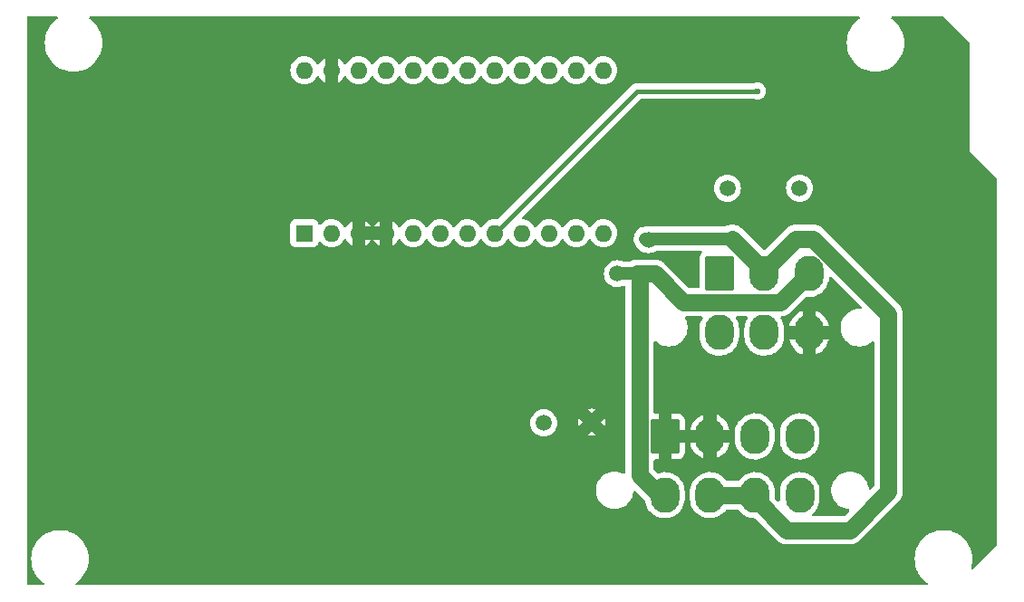
<source format=gbr>
%TF.GenerationSoftware,KiCad,Pcbnew,7.0.2*%
%TF.CreationDate,2023-05-14T20:04:02-08:00*%
%TF.ProjectId,ABSIS_HID Bus Master,41425349-535f-4484-9944-20427573204d,2*%
%TF.SameCoordinates,Original*%
%TF.FileFunction,Copper,L2,Bot*%
%TF.FilePolarity,Positive*%
%FSLAX46Y46*%
G04 Gerber Fmt 4.6, Leading zero omitted, Abs format (unit mm)*
G04 Created by KiCad (PCBNEW 7.0.2) date 2023-05-14 20:04:02*
%MOMM*%
%LPD*%
G01*
G04 APERTURE LIST*
G04 Aperture macros list*
%AMRoundRect*
0 Rectangle with rounded corners*
0 $1 Rounding radius*
0 $2 $3 $4 $5 $6 $7 $8 $9 X,Y pos of 4 corners*
0 Add a 4 corners polygon primitive as box body*
4,1,4,$2,$3,$4,$5,$6,$7,$8,$9,$2,$3,0*
0 Add four circle primitives for the rounded corners*
1,1,$1+$1,$2,$3*
1,1,$1+$1,$4,$5*
1,1,$1+$1,$6,$7*
1,1,$1+$1,$8,$9*
0 Add four rect primitives between the rounded corners*
20,1,$1+$1,$2,$3,$4,$5,0*
20,1,$1+$1,$4,$5,$6,$7,0*
20,1,$1+$1,$6,$7,$8,$9,0*
20,1,$1+$1,$8,$9,$2,$3,0*%
G04 Aperture macros list end*
%TA.AperFunction,ComponentPad*%
%ADD10C,1.500000*%
%TD*%
%TA.AperFunction,ComponentPad*%
%ADD11R,1.600000X1.600000*%
%TD*%
%TA.AperFunction,ComponentPad*%
%ADD12O,1.600000X1.600000*%
%TD*%
%TA.AperFunction,ComponentPad*%
%ADD13RoundRect,0.250001X-1.099999X-1.399999X1.099999X-1.399999X1.099999X1.399999X-1.099999X1.399999X0*%
%TD*%
%TA.AperFunction,ComponentPad*%
%ADD14O,2.700000X3.300000*%
%TD*%
%TA.AperFunction,ViaPad*%
%ADD15C,0.600000*%
%TD*%
%TA.AperFunction,Conductor*%
%ADD16C,1.219200*%
%TD*%
%TA.AperFunction,Conductor*%
%ADD17C,1.625600*%
%TD*%
%TA.AperFunction,Conductor*%
%ADD18C,0.457200*%
%TD*%
G04 APERTURE END LIST*
D10*
%TO.P,TP6,1,1*%
%TO.N,/BUS1-A*%
X65532000Y37211000D03*
%TD*%
%TO.P,TP5,1,1*%
%TO.N,/BUS1-B*%
X72263000Y37211000D03*
%TD*%
D11*
%TO.P,U0,1,TX0/D1*%
%TO.N,/TX0_D1*%
X26000000Y33000000D03*
D12*
%TO.P,U0,2,RX1/D0*%
%TO.N,/RX1_D0*%
X28540000Y33000000D03*
%TO.P,U0,3,GND*%
%TO.N,GND*%
X31080000Y33000000D03*
%TO.P,U0,4,GND*%
X33620000Y33000000D03*
%TO.P,U0,5,SDA/D2*%
%TO.N,unconnected-(U0-SDA{slash}D2-Pad5)*%
X36160000Y33000000D03*
%TO.P,U0,6,~{SCL/D3}*%
%TO.N,unconnected-(U0-~{SCL{slash}D3}-Pad6)*%
X38700000Y33000000D03*
%TO.P,U0,7,D4/A6*%
%TO.N,unconnected-(U0-D4{slash}A6-Pad7)*%
X41240000Y33000000D03*
%TO.P,U0,8,~{D5}*%
%TO.N,/~{D5}*%
X43780000Y33000000D03*
%TO.P,U0,9,~{D6/A7}*%
%TO.N,unconnected-(U0-~{D6{slash}A7}-Pad9)*%
X46320000Y33000000D03*
%TO.P,U0,10,D7*%
%TO.N,unconnected-(U0-D7-Pad10)*%
X48860000Y33000000D03*
%TO.P,U0,11,D8/A8*%
%TO.N,unconnected-(U0-D8{slash}A8-Pad11)*%
X51400000Y33000000D03*
%TO.P,U0,12,~{D9/A9}*%
%TO.N,unconnected-(U0-~{D9{slash}A9}-Pad12)*%
X53940000Y33000000D03*
%TO.P,U0,13,~{D10/A10}*%
%TO.N,unconnected-(U0-~{D10{slash}A10}-Pad13)*%
X53940000Y48240000D03*
%TO.P,U0,14,D16/MOSI*%
%TO.N,unconnected-(U0-D16{slash}MOSI-Pad14)*%
X51400000Y48240000D03*
%TO.P,U0,15,D14/MISO*%
%TO.N,unconnected-(U0-D14{slash}MISO-Pad15)*%
X48860000Y48240000D03*
%TO.P,U0,16,D15/SCK*%
%TO.N,unconnected-(U0-D15{slash}SCK-Pad16)*%
X46320000Y48240000D03*
%TO.P,U0,17,A0*%
%TO.N,unconnected-(U0-A0-Pad17)*%
X43780000Y48240000D03*
%TO.P,U0,18,A1*%
%TO.N,unconnected-(U0-A1-Pad18)*%
X41240000Y48240000D03*
%TO.P,U0,19,A2*%
%TO.N,unconnected-(U0-A2-Pad19)*%
X38700000Y48240000D03*
%TO.P,U0,20,A3*%
%TO.N,unconnected-(U0-A3-Pad20)*%
X36160000Y48240000D03*
%TO.P,U0,21,VCC*%
%TO.N,+5V*%
X33620000Y48240000D03*
%TO.P,U0,22,RST*%
%TO.N,/RST*%
X31080000Y48240000D03*
%TO.P,U0,23,GND*%
%TO.N,GND*%
X28540000Y48240000D03*
%TO.P,U0,24,RAW*%
%TO.N,/+12V_SUPPLY*%
X26000000Y48240000D03*
%TD*%
D10*
%TO.P,TP4,1,1*%
%TO.N,GND*%
X52840000Y15330000D03*
%TD*%
%TO.P,TP3,1,1*%
%TO.N,/+3.3V_SUPPLY*%
X55245000Y29210000D03*
%TD*%
%TO.P,TP2,1,1*%
%TO.N,/+5V_SUPPLY*%
X58170000Y32400000D03*
%TD*%
%TO.P,TP1,1,1*%
%TO.N,/+12V_SUPPLY*%
X48370000Y15260000D03*
%TD*%
D13*
%TO.P,J1,1,Pin_1*%
%TO.N,GND*%
X59690000Y14000000D03*
D14*
%TO.P,J1,2,Pin_2*%
X63890000Y14000000D03*
%TO.P,J1,3,Pin_3*%
%TO.N,/+12V_SUPPLY*%
X68090000Y14000000D03*
%TO.P,J1,4,Pin_4*%
X72290000Y14000000D03*
%TO.P,J1,5,Pin_5*%
%TO.N,/+3.3V_SUPPLY*%
X59690000Y8500000D03*
%TO.P,J1,6,Pin_6*%
%TO.N,/+5V_SUPPLY*%
X63890000Y8500000D03*
%TO.P,J1,7,Pin_7*%
X68090000Y8500000D03*
%TO.P,J1,8,Pin_8*%
%TO.N,/+12V_SUPPLY*%
X72290000Y8500000D03*
%TD*%
D13*
%TO.P,J2,1,Pin_1*%
%TO.N,/+12V_SUPPLY*%
X64770000Y29210000D03*
D14*
%TO.P,J2,2,Pin_2*%
%TO.N,/+5V_SUPPLY*%
X68970000Y29210000D03*
%TO.P,J2,3,Pin_3*%
%TO.N,/+3.3V_SUPPLY*%
X73170000Y29210000D03*
%TO.P,J2,4,Pin_4*%
%TO.N,/BUS1-A*%
X64770000Y23710000D03*
%TO.P,J2,5,Pin_5*%
%TO.N,/BUS1-B*%
X68970000Y23710000D03*
%TO.P,J2,6,Pin_6*%
%TO.N,GND*%
X73170000Y23710000D03*
%TD*%
D15*
%TO.N,GND*%
X73533000Y42989500D03*
%TO.N,/~{D5}*%
X68326000Y46291500D03*
%TD*%
D16*
%TO.N,/+5V_SUPPLY*%
X65994400Y32485600D02*
X57885600Y32485600D01*
D17*
%TO.N,/+3.3V_SUPPLY*%
X57327190Y10341756D02*
X59168946Y8500000D01*
X57086500Y29210000D02*
X57327190Y28969310D01*
X57327190Y28969310D02*
X57327190Y10341756D01*
%TO.N,/+5V_SUPPLY*%
X80579001Y8830055D02*
X76973346Y5224400D01*
X68970000Y29510000D02*
X71945600Y32485600D01*
X71945600Y32485600D02*
X73535917Y32485600D01*
X63890000Y8500000D02*
X68090000Y8500000D01*
X80579001Y25442516D02*
X80579001Y8830055D01*
X71065600Y5224400D02*
X68090000Y8200000D01*
X73535917Y32485600D02*
X80579001Y25442516D01*
X65994400Y32485600D02*
X68970000Y29510000D01*
X76973346Y5224400D02*
X71065600Y5224400D01*
%TO.N,/+3.3V_SUPPLY*%
X61411756Y26547190D02*
X70507190Y26547190D01*
D16*
X55245000Y29210000D02*
X57086500Y29210000D01*
D17*
X70507190Y26547190D02*
X73170000Y29210000D01*
X57086500Y29210000D02*
X58748946Y29210000D01*
X58748946Y29210000D02*
X61411756Y26547190D01*
D18*
%TO.N,/~{D5}*%
X57071500Y46291500D02*
X43780000Y33000000D01*
X68326000Y46291500D02*
X57071500Y46291500D01*
%TD*%
%TA.AperFunction,Conductor*%
%TO.N,GND*%
G36*
X2937252Y53244498D02*
G01*
X2983745Y53190842D01*
X2993849Y53120568D01*
X2964355Y53055988D01*
X2934316Y53030672D01*
X2917088Y53020258D01*
X2917073Y53020248D01*
X2913828Y53018286D01*
X2910848Y53015952D01*
X2910833Y53015941D01*
X2660609Y52819902D01*
X2660598Y52819893D01*
X2657607Y52817549D01*
X2654912Y52814855D01*
X2654904Y52814847D01*
X2430153Y52590096D01*
X2430145Y52590088D01*
X2427451Y52587393D01*
X2425107Y52584402D01*
X2425098Y52584391D01*
X2229059Y52334167D01*
X2229048Y52334152D01*
X2226714Y52331172D01*
X2224748Y52327921D01*
X2224746Y52327917D01*
X2060297Y52055885D01*
X2060290Y52055874D01*
X2058326Y52052623D01*
X2056764Y52049154D01*
X2056759Y52049143D01*
X1926304Y51759284D01*
X1924740Y51755808D01*
X1923611Y51752187D01*
X1923606Y51752172D01*
X1829038Y51448690D01*
X1827906Y51445056D01*
X1827222Y51441327D01*
X1827219Y51441312D01*
X1769920Y51128640D01*
X1769918Y51128626D01*
X1769235Y51124897D01*
X1769005Y51121106D01*
X1769005Y51121100D01*
X1751636Y50833956D01*
X1749582Y50800000D01*
X1769235Y50475103D01*
X1769918Y50471374D01*
X1769920Y50471361D01*
X1827219Y50158689D01*
X1827221Y50158678D01*
X1827906Y50154944D01*
X1829037Y50151313D01*
X1829038Y50151311D01*
X1923606Y49847829D01*
X1923609Y49847820D01*
X1924740Y49844192D01*
X2058326Y49547377D01*
X2226714Y49268828D01*
X2229054Y49265842D01*
X2229059Y49265834D01*
X2371283Y49084300D01*
X2427451Y49012607D01*
X2657607Y48782451D01*
X2660608Y48780100D01*
X2660609Y48780099D01*
X2910833Y48584060D01*
X2910837Y48584057D01*
X2913828Y48581714D01*
X3192377Y48413326D01*
X3489192Y48279740D01*
X3799944Y48182906D01*
X4120103Y48124235D01*
X4363697Y48109500D01*
X4365585Y48109500D01*
X4524415Y48109500D01*
X4526303Y48109500D01*
X4769897Y48124235D01*
X5090056Y48182906D01*
X5273281Y48240001D01*
X24686502Y48240001D01*
X24706457Y48011913D01*
X24765715Y47790757D01*
X24862477Y47583250D01*
X24993804Y47395697D01*
X25155696Y47233805D01*
X25343249Y47102478D01*
X25550756Y47005716D01*
X25610015Y46989838D01*
X25771913Y46946457D01*
X26000000Y46926502D01*
X26228087Y46946457D01*
X26449243Y47005716D01*
X26656749Y47102477D01*
X26844300Y47233802D01*
X27006198Y47395700D01*
X27137523Y47583251D01*
X27156080Y47623049D01*
X27202998Y47676335D01*
X27271275Y47695796D01*
X27339235Y47675255D01*
X27384471Y47623049D01*
X27402911Y47583503D01*
X27534189Y47396019D01*
X27696018Y47234190D01*
X27883503Y47102912D01*
X27930500Y47080998D01*
X29149500Y47080998D01*
X29196496Y47102912D01*
X29383981Y47234190D01*
X29545810Y47396019D01*
X29677088Y47583503D01*
X29695529Y47623049D01*
X29742446Y47676335D01*
X29810723Y47695796D01*
X29878683Y47675255D01*
X29923919Y47623049D01*
X29942476Y47583252D01*
X30073804Y47395697D01*
X30235696Y47233805D01*
X30423249Y47102478D01*
X30630756Y47005716D01*
X30690015Y46989838D01*
X30851913Y46946457D01*
X31080000Y46926502D01*
X31308087Y46946457D01*
X31529243Y47005716D01*
X31736749Y47102477D01*
X31924300Y47233802D01*
X32086198Y47395700D01*
X32217523Y47583251D01*
X32235804Y47622457D01*
X32282722Y47675743D01*
X32350999Y47695204D01*
X32418959Y47674663D01*
X32464195Y47622457D01*
X32482476Y47583252D01*
X32613804Y47395697D01*
X32775696Y47233805D01*
X32963249Y47102478D01*
X33170756Y47005716D01*
X33230014Y46989838D01*
X33391913Y46946457D01*
X33620000Y46926502D01*
X33848087Y46946457D01*
X34069243Y47005716D01*
X34276749Y47102477D01*
X34464300Y47233802D01*
X34626198Y47395700D01*
X34757523Y47583251D01*
X34775804Y47622457D01*
X34822722Y47675743D01*
X34890999Y47695204D01*
X34958959Y47674663D01*
X35004195Y47622457D01*
X35022476Y47583252D01*
X35153804Y47395697D01*
X35315696Y47233805D01*
X35503249Y47102478D01*
X35710756Y47005716D01*
X35770015Y46989838D01*
X35931913Y46946457D01*
X36160000Y46926502D01*
X36388087Y46946457D01*
X36609243Y47005716D01*
X36816749Y47102477D01*
X37004300Y47233802D01*
X37166198Y47395700D01*
X37297523Y47583251D01*
X37315804Y47622457D01*
X37362722Y47675743D01*
X37430999Y47695204D01*
X37498959Y47674663D01*
X37544195Y47622457D01*
X37562476Y47583252D01*
X37693804Y47395697D01*
X37855696Y47233805D01*
X38043249Y47102478D01*
X38250756Y47005716D01*
X38310014Y46989838D01*
X38471913Y46946457D01*
X38700000Y46926502D01*
X38928087Y46946457D01*
X39149243Y47005716D01*
X39356749Y47102477D01*
X39544300Y47233802D01*
X39706198Y47395700D01*
X39837523Y47583251D01*
X39855804Y47622457D01*
X39902722Y47675743D01*
X39970999Y47695204D01*
X40038959Y47674663D01*
X40084195Y47622457D01*
X40102476Y47583252D01*
X40233804Y47395697D01*
X40395696Y47233805D01*
X40583249Y47102478D01*
X40790756Y47005716D01*
X40850015Y46989838D01*
X41011913Y46946457D01*
X41240000Y46926502D01*
X41468087Y46946457D01*
X41689243Y47005716D01*
X41896749Y47102477D01*
X42084300Y47233802D01*
X42246198Y47395700D01*
X42377523Y47583251D01*
X42395804Y47622457D01*
X42442722Y47675743D01*
X42510999Y47695204D01*
X42578959Y47674663D01*
X42624195Y47622457D01*
X42642476Y47583252D01*
X42773804Y47395697D01*
X42935696Y47233805D01*
X43123249Y47102478D01*
X43330756Y47005716D01*
X43390014Y46989838D01*
X43551913Y46946457D01*
X43780000Y46926502D01*
X44008087Y46946457D01*
X44229243Y47005716D01*
X44436749Y47102477D01*
X44624300Y47233802D01*
X44786198Y47395700D01*
X44917523Y47583251D01*
X44935804Y47622457D01*
X44982722Y47675743D01*
X45050999Y47695204D01*
X45118959Y47674663D01*
X45164195Y47622457D01*
X45182476Y47583252D01*
X45313804Y47395697D01*
X45475696Y47233805D01*
X45663249Y47102478D01*
X45870756Y47005716D01*
X45930015Y46989838D01*
X46091913Y46946457D01*
X46320000Y46926502D01*
X46548087Y46946457D01*
X46769243Y47005716D01*
X46976749Y47102477D01*
X47164300Y47233802D01*
X47326198Y47395700D01*
X47457523Y47583251D01*
X47475804Y47622457D01*
X47522722Y47675743D01*
X47590999Y47695204D01*
X47658959Y47674663D01*
X47704195Y47622457D01*
X47722476Y47583252D01*
X47853804Y47395697D01*
X48015696Y47233805D01*
X48203249Y47102478D01*
X48410756Y47005716D01*
X48470014Y46989838D01*
X48631913Y46946457D01*
X48860000Y46926502D01*
X49088087Y46946457D01*
X49309243Y47005716D01*
X49516749Y47102477D01*
X49704300Y47233802D01*
X49866198Y47395700D01*
X49997523Y47583251D01*
X50015804Y47622457D01*
X50062722Y47675743D01*
X50130999Y47695204D01*
X50198959Y47674663D01*
X50244195Y47622457D01*
X50262476Y47583252D01*
X50393804Y47395697D01*
X50555696Y47233805D01*
X50743249Y47102478D01*
X50950756Y47005716D01*
X51010015Y46989838D01*
X51171913Y46946457D01*
X51400000Y46926502D01*
X51628087Y46946457D01*
X51849243Y47005716D01*
X52056749Y47102477D01*
X52244300Y47233802D01*
X52406198Y47395700D01*
X52537523Y47583251D01*
X52555804Y47622457D01*
X52602722Y47675743D01*
X52670999Y47695204D01*
X52738959Y47674663D01*
X52784195Y47622457D01*
X52802476Y47583252D01*
X52933804Y47395697D01*
X53095696Y47233805D01*
X53283249Y47102478D01*
X53490756Y47005716D01*
X53550014Y46989838D01*
X53711913Y46946457D01*
X53940000Y46926502D01*
X54168087Y46946457D01*
X54389243Y47005716D01*
X54596749Y47102477D01*
X54784300Y47233802D01*
X54946198Y47395700D01*
X55077523Y47583251D01*
X55174284Y47790757D01*
X55233543Y48011913D01*
X55253498Y48240000D01*
X55233543Y48468087D01*
X55174284Y48689243D01*
X55131917Y48780099D01*
X55077522Y48896751D01*
X54989817Y49022005D01*
X54946198Y49084300D01*
X54946197Y49084301D01*
X54946195Y49084304D01*
X54784303Y49246196D01*
X54596750Y49377523D01*
X54389243Y49474285D01*
X54168087Y49533543D01*
X53940000Y49553498D01*
X53711912Y49533543D01*
X53490756Y49474285D01*
X53283249Y49377523D01*
X53095696Y49246196D01*
X52933804Y49084304D01*
X52802477Y48896750D01*
X52784195Y48857543D01*
X52737278Y48804258D01*
X52669000Y48784797D01*
X52601040Y48805339D01*
X52555805Y48857543D01*
X52537640Y48896498D01*
X52537523Y48896749D01*
X52406198Y49084300D01*
X52406197Y49084301D01*
X52406195Y49084304D01*
X52244303Y49246196D01*
X52056750Y49377523D01*
X51849243Y49474285D01*
X51628087Y49533543D01*
X51400000Y49553498D01*
X51171912Y49533543D01*
X50950756Y49474285D01*
X50743249Y49377523D01*
X50555696Y49246196D01*
X50393804Y49084304D01*
X50262477Y48896750D01*
X50244195Y48857543D01*
X50197278Y48804258D01*
X50129000Y48784797D01*
X50061040Y48805339D01*
X50015805Y48857543D01*
X49997640Y48896498D01*
X49997523Y48896749D01*
X49866198Y49084300D01*
X49866197Y49084301D01*
X49866195Y49084304D01*
X49704303Y49246196D01*
X49516750Y49377523D01*
X49309243Y49474285D01*
X49088087Y49533543D01*
X48860000Y49553498D01*
X48859999Y49553498D01*
X48631912Y49533543D01*
X48410756Y49474285D01*
X48203249Y49377523D01*
X48015696Y49246196D01*
X47853804Y49084304D01*
X47722477Y48896750D01*
X47704195Y48857543D01*
X47657278Y48804258D01*
X47589000Y48784797D01*
X47521040Y48805339D01*
X47475805Y48857543D01*
X47457640Y48896498D01*
X47457523Y48896749D01*
X47326198Y49084300D01*
X47326197Y49084301D01*
X47326195Y49084304D01*
X47164303Y49246196D01*
X46976750Y49377523D01*
X46769243Y49474285D01*
X46548087Y49533543D01*
X46320000Y49553498D01*
X46091912Y49533543D01*
X45870756Y49474285D01*
X45663249Y49377523D01*
X45475696Y49246196D01*
X45313804Y49084304D01*
X45182477Y48896750D01*
X45164195Y48857543D01*
X45117278Y48804258D01*
X45049000Y48784797D01*
X44981040Y48805339D01*
X44935805Y48857543D01*
X44917640Y48896498D01*
X44917523Y48896749D01*
X44786198Y49084300D01*
X44786197Y49084301D01*
X44786195Y49084304D01*
X44624303Y49246196D01*
X44436750Y49377523D01*
X44229243Y49474285D01*
X44008087Y49533543D01*
X43780000Y49553498D01*
X43551912Y49533543D01*
X43330756Y49474285D01*
X43123249Y49377523D01*
X42935696Y49246196D01*
X42773804Y49084304D01*
X42642477Y48896750D01*
X42624195Y48857543D01*
X42577278Y48804258D01*
X42509000Y48784797D01*
X42441040Y48805339D01*
X42395805Y48857543D01*
X42377640Y48896498D01*
X42377523Y48896749D01*
X42246198Y49084300D01*
X42246197Y49084301D01*
X42246195Y49084304D01*
X42084303Y49246196D01*
X41896750Y49377523D01*
X41689243Y49474285D01*
X41468087Y49533543D01*
X41240000Y49553498D01*
X41011912Y49533543D01*
X40790756Y49474285D01*
X40583249Y49377523D01*
X40395696Y49246196D01*
X40233804Y49084304D01*
X40102477Y48896750D01*
X40084195Y48857543D01*
X40037278Y48804258D01*
X39969000Y48784797D01*
X39901040Y48805339D01*
X39855805Y48857543D01*
X39837640Y48896498D01*
X39837523Y48896749D01*
X39706198Y49084300D01*
X39706197Y49084301D01*
X39706195Y49084304D01*
X39544303Y49246196D01*
X39356750Y49377523D01*
X39149243Y49474285D01*
X38928087Y49533543D01*
X38700000Y49553498D01*
X38699999Y49553498D01*
X38471912Y49533543D01*
X38250756Y49474285D01*
X38043249Y49377523D01*
X37855696Y49246196D01*
X37693804Y49084304D01*
X37562477Y48896750D01*
X37544195Y48857543D01*
X37497278Y48804258D01*
X37429000Y48784797D01*
X37361040Y48805339D01*
X37315805Y48857543D01*
X37297640Y48896498D01*
X37297523Y48896749D01*
X37166198Y49084300D01*
X37166197Y49084301D01*
X37166195Y49084304D01*
X37004303Y49246196D01*
X36816750Y49377523D01*
X36609243Y49474285D01*
X36388087Y49533543D01*
X36160000Y49553498D01*
X35931912Y49533543D01*
X35710756Y49474285D01*
X35503249Y49377523D01*
X35315696Y49246196D01*
X35153804Y49084304D01*
X35022477Y48896750D01*
X35004195Y48857543D01*
X34957278Y48804258D01*
X34889000Y48784797D01*
X34821040Y48805339D01*
X34775805Y48857543D01*
X34757640Y48896498D01*
X34757523Y48896749D01*
X34626198Y49084300D01*
X34626197Y49084301D01*
X34626195Y49084304D01*
X34464303Y49246196D01*
X34276750Y49377523D01*
X34069243Y49474285D01*
X33848087Y49533543D01*
X33620000Y49553498D01*
X33391912Y49533543D01*
X33170756Y49474285D01*
X32963249Y49377523D01*
X32775696Y49246196D01*
X32613804Y49084304D01*
X32482477Y48896750D01*
X32464195Y48857543D01*
X32417278Y48804258D01*
X32349000Y48784797D01*
X32281040Y48805339D01*
X32235805Y48857543D01*
X32217640Y48896498D01*
X32217523Y48896749D01*
X32086198Y49084300D01*
X32086197Y49084301D01*
X32086195Y49084304D01*
X31924303Y49246196D01*
X31736750Y49377523D01*
X31529243Y49474285D01*
X31308087Y49533543D01*
X31080000Y49553498D01*
X30851912Y49533543D01*
X30630756Y49474285D01*
X30423249Y49377523D01*
X30235696Y49246196D01*
X30073804Y49084304D01*
X29942477Y48896750D01*
X29923919Y48856951D01*
X29877002Y48803666D01*
X29808724Y48784205D01*
X29740764Y48804747D01*
X29695529Y48856951D01*
X29677087Y48896499D01*
X29545810Y49083982D01*
X29383981Y49245811D01*
X29196496Y49377090D01*
X29149500Y49399005D01*
X29149500Y47080998D01*
X27930500Y47080998D01*
X27930500Y48240000D01*
X28135014Y48240000D01*
X28154835Y48114852D01*
X28212359Y48001955D01*
X28301955Y47912359D01*
X28414852Y47854835D01*
X28508519Y47840000D01*
X28571481Y47840000D01*
X28665148Y47854835D01*
X28778045Y47912359D01*
X28867641Y48001955D01*
X28925165Y48114852D01*
X28944986Y48240000D01*
X28925165Y48365148D01*
X28867641Y48478045D01*
X28778045Y48567641D01*
X28665148Y48625165D01*
X28571481Y48640000D01*
X28508519Y48640000D01*
X28414852Y48625165D01*
X28301955Y48567641D01*
X28212359Y48478045D01*
X28154835Y48365148D01*
X28135014Y48240000D01*
X27930500Y48240000D01*
X27930500Y49399005D01*
X27930499Y49399005D01*
X27883503Y49377090D01*
X27696018Y49245811D01*
X27534189Y49083982D01*
X27402911Y48896498D01*
X27384469Y48856949D01*
X27337551Y48803665D01*
X27269273Y48784205D01*
X27201314Y48804748D01*
X27156081Y48856951D01*
X27137523Y48896749D01*
X27006198Y49084300D01*
X27006197Y49084301D01*
X27006195Y49084304D01*
X26844303Y49246196D01*
X26656750Y49377523D01*
X26449243Y49474285D01*
X26228087Y49533543D01*
X26000000Y49553498D01*
X25771912Y49533543D01*
X25550756Y49474285D01*
X25343249Y49377523D01*
X25155696Y49246196D01*
X24993804Y49084304D01*
X24862477Y48896751D01*
X24765715Y48689244D01*
X24706457Y48468088D01*
X24686502Y48240001D01*
X5273281Y48240001D01*
X5400808Y48279740D01*
X5697623Y48413326D01*
X5976172Y48581714D01*
X6232393Y48782451D01*
X6462549Y49012607D01*
X6663286Y49268828D01*
X6831674Y49547377D01*
X6965260Y49844192D01*
X7062094Y50154944D01*
X7120765Y50475103D01*
X7140418Y50800000D01*
X7120765Y51124897D01*
X7062094Y51445056D01*
X6965260Y51755808D01*
X6831674Y52052623D01*
X6663286Y52331172D01*
X6462549Y52587393D01*
X6232393Y52817549D01*
X6229390Y52819902D01*
X5979166Y53015941D01*
X5979158Y53015946D01*
X5976172Y53018286D01*
X5972918Y53020253D01*
X5972911Y53020258D01*
X5955684Y53030672D01*
X5907735Y53083031D01*
X5895706Y53153001D01*
X5923415Y53218367D01*
X5982065Y53258376D01*
X6020869Y53264500D01*
X77799131Y53264500D01*
X77867252Y53244498D01*
X77913745Y53190842D01*
X77923849Y53120568D01*
X77894355Y53055988D01*
X77864316Y53030672D01*
X77847088Y53020258D01*
X77847073Y53020248D01*
X77843828Y53018286D01*
X77840848Y53015952D01*
X77840833Y53015941D01*
X77590609Y52819902D01*
X77590598Y52819893D01*
X77587607Y52817549D01*
X77584912Y52814855D01*
X77584904Y52814847D01*
X77360153Y52590096D01*
X77360145Y52590088D01*
X77357451Y52587393D01*
X77355107Y52584402D01*
X77355098Y52584391D01*
X77159059Y52334167D01*
X77159048Y52334152D01*
X77156714Y52331172D01*
X77154748Y52327921D01*
X77154746Y52327917D01*
X76990297Y52055885D01*
X76990290Y52055874D01*
X76988326Y52052623D01*
X76986764Y52049154D01*
X76986759Y52049143D01*
X76856304Y51759284D01*
X76854740Y51755808D01*
X76853611Y51752187D01*
X76853606Y51752172D01*
X76759038Y51448690D01*
X76757906Y51445056D01*
X76757222Y51441327D01*
X76757219Y51441312D01*
X76699920Y51128640D01*
X76699918Y51128626D01*
X76699235Y51124897D01*
X76699005Y51121106D01*
X76699005Y51121100D01*
X76681636Y50833956D01*
X76679582Y50800000D01*
X76699235Y50475103D01*
X76699918Y50471374D01*
X76699920Y50471361D01*
X76757219Y50158689D01*
X76757221Y50158678D01*
X76757906Y50154944D01*
X76759037Y50151313D01*
X76759038Y50151311D01*
X76853606Y49847829D01*
X76853609Y49847820D01*
X76854740Y49844192D01*
X76988326Y49547377D01*
X77156714Y49268828D01*
X77159054Y49265842D01*
X77159059Y49265834D01*
X77301283Y49084300D01*
X77357451Y49012607D01*
X77587607Y48782451D01*
X77590608Y48780100D01*
X77590609Y48780099D01*
X77840833Y48584060D01*
X77840837Y48584057D01*
X77843828Y48581714D01*
X78122377Y48413326D01*
X78419192Y48279740D01*
X78729944Y48182906D01*
X79050103Y48124235D01*
X79293697Y48109500D01*
X79295585Y48109500D01*
X79454415Y48109500D01*
X79456303Y48109500D01*
X79699897Y48124235D01*
X80020056Y48182906D01*
X80330808Y48279740D01*
X80627623Y48413326D01*
X80906172Y48581714D01*
X81162393Y48782451D01*
X81392549Y49012607D01*
X81593286Y49268828D01*
X81761674Y49547377D01*
X81895260Y49844192D01*
X81992094Y50154944D01*
X82050765Y50475103D01*
X82070418Y50800000D01*
X82050765Y51124897D01*
X81992094Y51445056D01*
X81895260Y51755808D01*
X81761674Y52052623D01*
X81593286Y52331172D01*
X81392549Y52587393D01*
X81162393Y52817549D01*
X81159390Y52819902D01*
X80909166Y53015941D01*
X80909158Y53015946D01*
X80906172Y53018286D01*
X80902918Y53020253D01*
X80902911Y53020258D01*
X80885684Y53030672D01*
X80837735Y53083031D01*
X80825706Y53153001D01*
X80853415Y53218367D01*
X80912065Y53258376D01*
X80950869Y53264500D01*
X85641537Y53264500D01*
X85709658Y53244498D01*
X85730632Y53227595D01*
X88152595Y50805632D01*
X88186621Y50743320D01*
X88189500Y50716537D01*
X88189500Y40685244D01*
X88186949Y40665867D01*
X88189021Y40642183D01*
X88189500Y40631205D01*
X88189500Y40618726D01*
X88192098Y40607005D01*
X88192162Y40606270D01*
X88192182Y40606043D01*
X88196652Y40596459D01*
X88203451Y40588356D01*
X88203452Y40588355D01*
X88204243Y40587898D01*
X88204273Y40587881D01*
X88230372Y40567855D01*
X90692595Y38105632D01*
X90726621Y38043320D01*
X90729500Y38016537D01*
X90729500Y3893465D01*
X90709498Y3825344D01*
X90692595Y3804370D01*
X88503906Y1615682D01*
X88441594Y1581656D01*
X88370778Y1586721D01*
X88313943Y1629268D01*
X88289132Y1695788D01*
X88294515Y1742259D01*
X88342094Y1894944D01*
X88400765Y2215103D01*
X88420418Y2540000D01*
X88400765Y2864897D01*
X88342094Y3185056D01*
X88245260Y3495808D01*
X88111674Y3792623D01*
X87943286Y4071172D01*
X87939700Y4075749D01*
X87744901Y4324391D01*
X87744900Y4324392D01*
X87742549Y4327393D01*
X87512393Y4557549D01*
X87509390Y4559902D01*
X87259166Y4755941D01*
X87259158Y4755946D01*
X87256172Y4758286D01*
X87121653Y4839606D01*
X86980884Y4924703D01*
X86980879Y4924706D01*
X86977623Y4926674D01*
X86974146Y4928239D01*
X86974142Y4928241D01*
X86684283Y5058696D01*
X86680808Y5060260D01*
X86677180Y5061391D01*
X86677171Y5061394D01*
X86373689Y5155962D01*
X86373687Y5155963D01*
X86370056Y5157094D01*
X86366322Y5157779D01*
X86366311Y5157781D01*
X86053639Y5215080D01*
X86053626Y5215082D01*
X86049897Y5215765D01*
X86046103Y5215995D01*
X86046099Y5215995D01*
X85808189Y5230386D01*
X85808186Y5230387D01*
X85806303Y5230500D01*
X85643697Y5230500D01*
X85641814Y5230387D01*
X85641810Y5230386D01*
X85403900Y5215995D01*
X85403894Y5215995D01*
X85400103Y5215765D01*
X85396374Y5215082D01*
X85396360Y5215080D01*
X85083688Y5157781D01*
X85083673Y5157778D01*
X85079944Y5157094D01*
X85076316Y5155964D01*
X85076310Y5155962D01*
X84772828Y5061394D01*
X84772813Y5061389D01*
X84769192Y5060260D01*
X84765722Y5058699D01*
X84765716Y5058696D01*
X84475857Y4928241D01*
X84475846Y4928236D01*
X84472377Y4926674D01*
X84469126Y4924710D01*
X84469115Y4924703D01*
X84197083Y4760254D01*
X84193828Y4758286D01*
X84190848Y4755952D01*
X84190833Y4755941D01*
X83940609Y4559902D01*
X83940598Y4559893D01*
X83937607Y4557549D01*
X83934912Y4554855D01*
X83934904Y4554847D01*
X83710153Y4330096D01*
X83710145Y4330088D01*
X83707451Y4327393D01*
X83705107Y4324402D01*
X83705098Y4324391D01*
X83509059Y4074167D01*
X83509048Y4074152D01*
X83506714Y4071172D01*
X83504748Y4067921D01*
X83504746Y4067917D01*
X83340297Y3795885D01*
X83340290Y3795874D01*
X83338326Y3792623D01*
X83336764Y3789154D01*
X83336759Y3789143D01*
X83206304Y3499284D01*
X83204740Y3495808D01*
X83203611Y3492187D01*
X83203606Y3492172D01*
X83109038Y3188690D01*
X83107906Y3185056D01*
X83107222Y3181327D01*
X83107219Y3181312D01*
X83049920Y2868640D01*
X83049918Y2868626D01*
X83049235Y2864897D01*
X83029582Y2540000D01*
X83049235Y2215103D01*
X83049918Y2211374D01*
X83049920Y2211361D01*
X83107219Y1898689D01*
X83107221Y1898678D01*
X83107906Y1894944D01*
X83109037Y1891316D01*
X83109038Y1891311D01*
X83203606Y1587829D01*
X83203609Y1587820D01*
X83204740Y1584192D01*
X83206304Y1580717D01*
X83326355Y1313974D01*
X83338326Y1287377D01*
X83340294Y1284121D01*
X83340297Y1284116D01*
X83367736Y1238727D01*
X83506714Y1008828D01*
X83509054Y1005842D01*
X83509059Y1005834D01*
X83541731Y964132D01*
X83707451Y752607D01*
X83937607Y522451D01*
X83940608Y520100D01*
X83940609Y520099D01*
X84190833Y324060D01*
X84190837Y324057D01*
X84193828Y321714D01*
X84197084Y319746D01*
X84197088Y319743D01*
X84214316Y309328D01*
X84262265Y256969D01*
X84274294Y186999D01*
X84246585Y121633D01*
X84187935Y81624D01*
X84149131Y75500D01*
X4750869Y75500D01*
X4682748Y95502D01*
X4636255Y149158D01*
X4626151Y219432D01*
X4655645Y284012D01*
X4685684Y309328D01*
X4696915Y316119D01*
X4706172Y321714D01*
X4962393Y522451D01*
X5192549Y752607D01*
X5393286Y1008828D01*
X5561674Y1287377D01*
X5695260Y1584192D01*
X5792094Y1894944D01*
X5850765Y2215103D01*
X5870418Y2540000D01*
X5850765Y2864897D01*
X5792094Y3185056D01*
X5695260Y3495808D01*
X5561674Y3792623D01*
X5393286Y4071172D01*
X5389700Y4075749D01*
X5194901Y4324391D01*
X5194900Y4324392D01*
X5192549Y4327393D01*
X4962393Y4557549D01*
X4959390Y4559902D01*
X4709166Y4755941D01*
X4709158Y4755946D01*
X4706172Y4758286D01*
X4571653Y4839606D01*
X4430884Y4924703D01*
X4430879Y4924706D01*
X4427623Y4926674D01*
X4424146Y4928239D01*
X4424142Y4928241D01*
X4134283Y5058696D01*
X4130808Y5060260D01*
X4127180Y5061391D01*
X4127171Y5061394D01*
X3823689Y5155962D01*
X3823687Y5155963D01*
X3820056Y5157094D01*
X3816322Y5157779D01*
X3816311Y5157781D01*
X3503639Y5215080D01*
X3503626Y5215082D01*
X3499897Y5215765D01*
X3496103Y5215995D01*
X3496099Y5215995D01*
X3258189Y5230386D01*
X3258186Y5230387D01*
X3256303Y5230500D01*
X3093697Y5230500D01*
X3091814Y5230387D01*
X3091810Y5230386D01*
X2853900Y5215995D01*
X2853894Y5215995D01*
X2850103Y5215765D01*
X2846374Y5215082D01*
X2846360Y5215080D01*
X2533688Y5157781D01*
X2533673Y5157778D01*
X2529944Y5157094D01*
X2526316Y5155964D01*
X2526310Y5155962D01*
X2222828Y5061394D01*
X2222813Y5061389D01*
X2219192Y5060260D01*
X2215722Y5058699D01*
X2215716Y5058696D01*
X1925857Y4928241D01*
X1925846Y4928236D01*
X1922377Y4926674D01*
X1919126Y4924710D01*
X1919115Y4924703D01*
X1647083Y4760254D01*
X1643828Y4758286D01*
X1640848Y4755952D01*
X1640833Y4755941D01*
X1390609Y4559902D01*
X1390598Y4559893D01*
X1387607Y4557549D01*
X1384912Y4554855D01*
X1384904Y4554847D01*
X1160153Y4330096D01*
X1160145Y4330088D01*
X1157451Y4327393D01*
X1155107Y4324402D01*
X1155098Y4324391D01*
X959059Y4074167D01*
X959048Y4074152D01*
X956714Y4071172D01*
X954748Y4067921D01*
X954746Y4067917D01*
X790297Y3795885D01*
X790290Y3795874D01*
X788326Y3792623D01*
X786764Y3789154D01*
X786759Y3789143D01*
X656304Y3499284D01*
X654740Y3495808D01*
X653611Y3492187D01*
X653606Y3492172D01*
X559038Y3188690D01*
X557906Y3185056D01*
X557222Y3181327D01*
X557219Y3181312D01*
X499920Y2868640D01*
X499918Y2868626D01*
X499235Y2864897D01*
X479582Y2540000D01*
X499235Y2215103D01*
X499918Y2211374D01*
X499920Y2211361D01*
X557219Y1898689D01*
X557221Y1898678D01*
X557906Y1894944D01*
X559037Y1891316D01*
X559038Y1891311D01*
X653606Y1587829D01*
X653609Y1587820D01*
X654740Y1584192D01*
X656304Y1580717D01*
X776355Y1313974D01*
X788326Y1287377D01*
X790294Y1284121D01*
X790297Y1284116D01*
X817736Y1238727D01*
X956714Y1008828D01*
X959054Y1005842D01*
X959059Y1005834D01*
X991731Y964132D01*
X1157451Y752607D01*
X1387607Y522451D01*
X1390608Y520100D01*
X1390609Y520099D01*
X1640833Y324060D01*
X1640837Y324057D01*
X1643828Y321714D01*
X1647084Y319746D01*
X1647088Y319743D01*
X1664316Y309328D01*
X1712265Y256969D01*
X1724294Y186999D01*
X1696585Y121633D01*
X1637935Y81624D01*
X1599131Y75500D01*
X201500Y75500D01*
X133379Y95502D01*
X86886Y149158D01*
X75500Y201500D01*
X75500Y8828818D01*
X53239500Y8828818D01*
X53278604Y8569385D01*
X53278605Y8569383D01*
X53278605Y8569382D01*
X53355936Y8318677D01*
X53469772Y8082296D01*
X53617563Y7865526D01*
X53617565Y7865524D01*
X53617567Y7865521D01*
X53796019Y7673195D01*
X54001143Y7509614D01*
X54228357Y7378432D01*
X54472584Y7282580D01*
X54728370Y7224198D01*
X54924506Y7209500D01*
X54926859Y7209500D01*
X55053141Y7209500D01*
X55055494Y7209500D01*
X55251630Y7224198D01*
X55507416Y7282580D01*
X55751643Y7378432D01*
X55978857Y7509614D01*
X56183981Y7673195D01*
X56362433Y7865521D01*
X56510228Y8082296D01*
X56624063Y8318677D01*
X56701396Y8569385D01*
X56733561Y8782786D01*
X56763492Y8847161D01*
X56823478Y8885138D01*
X56894473Y8884655D01*
X56947246Y8853100D01*
X57813223Y7987122D01*
X57847110Y7925428D01*
X57905539Y7663138D01*
X57905540Y7663133D01*
X58002722Y7409037D01*
X58135869Y7171795D01*
X58302135Y6956476D01*
X58302139Y6956471D01*
X58497988Y6767648D01*
X58497991Y6767646D01*
X58497994Y6767643D01*
X58719241Y6609354D01*
X58961187Y6484962D01*
X59094510Y6439479D01*
X59218666Y6397122D01*
X59486190Y6347708D01*
X59758058Y6337772D01*
X60028475Y6367527D01*
X60291678Y6436337D01*
X60542058Y6542737D01*
X60774277Y6684458D01*
X60983387Y6858481D01*
X61164931Y7061096D01*
X61315039Y7287984D01*
X61430512Y7534311D01*
X61508889Y7794825D01*
X61519294Y7865521D01*
X61548500Y8063974D01*
X61548500Y8865620D01*
X61548500Y8865621D01*
X61548500Y8867920D01*
X61533613Y9071324D01*
X61474461Y9336864D01*
X61377277Y9590963D01*
X61377277Y9590964D01*
X61244130Y9828206D01*
X61077864Y10043525D01*
X61077861Y10043529D01*
X60882012Y10232352D01*
X60882008Y10232355D01*
X60882005Y10232358D01*
X60660758Y10390647D01*
X60418812Y10515039D01*
X60161335Y10602878D01*
X59893811Y10652292D01*
X59621941Y10662229D01*
X59351524Y10632473D01*
X59088317Y10563662D01*
X59086254Y10562785D01*
X59083925Y10562514D01*
X59079399Y10561330D01*
X59079232Y10561966D01*
X59015735Y10554558D01*
X58951964Y10585762D01*
X58947889Y10589658D01*
X58827222Y10710325D01*
X58685394Y10852154D01*
X58651369Y10914466D01*
X58648490Y10941249D01*
X58648490Y11716001D01*
X58668492Y11784122D01*
X58722148Y11830615D01*
X58774490Y11842001D01*
X59080500Y11842001D01*
X59080500Y13655033D01*
X59109680Y13599434D01*
X59222405Y13472194D01*
X59362305Y13375629D01*
X59521249Y13315349D01*
X59647660Y13300000D01*
X59732340Y13300000D01*
X59858751Y13315349D01*
X60017695Y13375629D01*
X60039240Y13390500D01*
X60299500Y13390500D01*
X60299500Y11842001D01*
X60837299Y11842001D01*
X60843691Y11842327D01*
X60944322Y11852607D01*
X61112529Y11908345D01*
X61263339Y12001366D01*
X61388634Y12126661D01*
X61481655Y12277471D01*
X61537393Y12445677D01*
X61547674Y12546309D01*
X61548000Y12552699D01*
X61548000Y13390500D01*
X62055403Y13390500D01*
X62106018Y13163282D01*
X62203176Y12909250D01*
X62336287Y12672071D01*
X62502508Y12456810D01*
X62698310Y12268032D01*
X62919507Y12109780D01*
X63161379Y11985425D01*
X63280500Y11944788D01*
X63280500Y13390500D01*
X62055403Y13390500D01*
X61548000Y13390500D01*
X60299500Y13390500D01*
X60039240Y13390500D01*
X60157595Y13472194D01*
X60270320Y13599434D01*
X60349318Y13749954D01*
X60390000Y13915005D01*
X63190000Y13915005D01*
X63230682Y13749954D01*
X63309680Y13599434D01*
X63422405Y13472194D01*
X63562305Y13375629D01*
X63721249Y13315349D01*
X63847660Y13300000D01*
X63932340Y13300000D01*
X64058751Y13315349D01*
X64217695Y13375629D01*
X64239240Y13390500D01*
X64499500Y13390500D01*
X64499500Y11940206D01*
X64741827Y12043182D01*
X64973989Y12184869D01*
X65183039Y12358842D01*
X65364530Y12561399D01*
X65514602Y12788230D01*
X65630043Y13034490D01*
X65708401Y13294940D01*
X65722465Y13390500D01*
X64499500Y13390500D01*
X64239240Y13390500D01*
X64357595Y13472194D01*
X64470320Y13599434D01*
X64487454Y13632080D01*
X66231500Y13632080D01*
X66231666Y13629810D01*
X66231667Y13629787D01*
X66246387Y13428673D01*
X66305538Y13163138D01*
X66402722Y12909037D01*
X66535869Y12671795D01*
X66701877Y12456810D01*
X66702139Y12456471D01*
X66897988Y12267648D01*
X66897991Y12267646D01*
X66897994Y12267643D01*
X67119241Y12109354D01*
X67361187Y11984962D01*
X67478947Y11944788D01*
X67618666Y11897122D01*
X67886190Y11847708D01*
X68158058Y11837772D01*
X68428475Y11867527D01*
X68691678Y11936337D01*
X68942058Y12042737D01*
X68942788Y12043182D01*
X69079573Y12126661D01*
X69174277Y12184458D01*
X69383387Y12358481D01*
X69564931Y12561096D01*
X69715039Y12787984D01*
X69830512Y13034311D01*
X69908889Y13294825D01*
X69948500Y13563975D01*
X69948500Y13632080D01*
X70431500Y13632080D01*
X70431666Y13629810D01*
X70431667Y13629787D01*
X70446387Y13428673D01*
X70505538Y13163138D01*
X70602722Y12909037D01*
X70735869Y12671795D01*
X70901877Y12456810D01*
X70902139Y12456471D01*
X71097988Y12267648D01*
X71097991Y12267646D01*
X71097994Y12267643D01*
X71319241Y12109354D01*
X71561187Y11984962D01*
X71678947Y11944788D01*
X71818666Y11897122D01*
X72086190Y11847708D01*
X72358058Y11837772D01*
X72628475Y11867527D01*
X72891678Y11936337D01*
X73142058Y12042737D01*
X73142788Y12043182D01*
X73279573Y12126661D01*
X73374277Y12184458D01*
X73583387Y12358481D01*
X73764931Y12561096D01*
X73915039Y12787984D01*
X74030512Y13034311D01*
X74108889Y13294825D01*
X74148500Y13563975D01*
X74148500Y14367920D01*
X74133613Y14571324D01*
X74074461Y14836864D01*
X74025190Y14965690D01*
X73977277Y15090964D01*
X73844130Y15328206D01*
X73677864Y15543525D01*
X73677861Y15543529D01*
X73482012Y15732352D01*
X73482008Y15732355D01*
X73482005Y15732358D01*
X73260758Y15890647D01*
X73018812Y16015039D01*
X72761335Y16102878D01*
X72493811Y16152292D01*
X72221941Y16162229D01*
X71951524Y16132473D01*
X71688324Y16063664D01*
X71437939Y15957263D01*
X71205721Y15815542D01*
X70996612Y15641519D01*
X70815072Y15438908D01*
X70815070Y15438906D01*
X70815069Y15438904D01*
X70800649Y15417108D01*
X70664960Y15212016D01*
X70549488Y14965690D01*
X70471109Y14705171D01*
X70433256Y14447959D01*
X70431500Y14436025D01*
X70431500Y13632080D01*
X69948500Y13632080D01*
X69948500Y14367920D01*
X69933613Y14571324D01*
X69874461Y14836864D01*
X69825190Y14965690D01*
X69777277Y15090964D01*
X69644130Y15328206D01*
X69477864Y15543525D01*
X69477861Y15543529D01*
X69282012Y15732352D01*
X69282008Y15732355D01*
X69282005Y15732358D01*
X69060758Y15890647D01*
X68818812Y16015039D01*
X68561335Y16102878D01*
X68293811Y16152292D01*
X68021941Y16162229D01*
X67751524Y16132473D01*
X67488324Y16063664D01*
X67237939Y15957263D01*
X67005721Y15815542D01*
X66796612Y15641519D01*
X66615072Y15438908D01*
X66615070Y15438906D01*
X66615069Y15438904D01*
X66600649Y15417108D01*
X66464960Y15212016D01*
X66349488Y14965690D01*
X66271109Y14705171D01*
X66233256Y14447959D01*
X66231500Y14436025D01*
X66231500Y13632080D01*
X64487454Y13632080D01*
X64549318Y13749954D01*
X64590000Y13915005D01*
X64590000Y14084995D01*
X64549318Y14250046D01*
X64470320Y14400566D01*
X64357595Y14527806D01*
X64217695Y14624371D01*
X64058751Y14684651D01*
X63932340Y14700000D01*
X63847660Y14700000D01*
X63721249Y14684651D01*
X63562305Y14624371D01*
X63422405Y14527806D01*
X63309680Y14400566D01*
X63230682Y14250046D01*
X63190000Y14084995D01*
X63190000Y13915005D01*
X60390000Y13915005D01*
X60390000Y14084995D01*
X60349318Y14250046D01*
X60270320Y14400566D01*
X60157595Y14527806D01*
X60017695Y14624371D01*
X59858751Y14684651D01*
X59732340Y14700000D01*
X59647660Y14700000D01*
X59521249Y14684651D01*
X59362305Y14624371D01*
X59222405Y14527806D01*
X59109680Y14400566D01*
X59080500Y14344968D01*
X59080500Y16158000D01*
X60299500Y16158000D01*
X60299500Y14609500D01*
X61547999Y14609500D01*
X62057535Y14609500D01*
X63280500Y14609500D01*
X63280500Y16055215D01*
X64499500Y16055215D01*
X64499500Y14609500D01*
X65724597Y14609500D01*
X65724597Y14609501D01*
X65673981Y14836719D01*
X65576823Y15090751D01*
X65443712Y15327930D01*
X65277491Y15543191D01*
X65081689Y15731969D01*
X64860492Y15890221D01*
X64618615Y16014578D01*
X64499500Y16055215D01*
X63280500Y16055215D01*
X63280500Y16059797D01*
X63280499Y16059797D01*
X63038172Y15956819D01*
X62806010Y15815132D01*
X62596960Y15641159D01*
X62415469Y15438602D01*
X62265397Y15211771D01*
X62149956Y14965511D01*
X62071598Y14705061D01*
X62057535Y14609500D01*
X61547999Y14609500D01*
X61547999Y15447299D01*
X61547673Y15453692D01*
X61537393Y15554323D01*
X61481655Y15722530D01*
X61388634Y15873340D01*
X61263339Y15998635D01*
X61112529Y16091656D01*
X60944323Y16147394D01*
X60843691Y16157675D01*
X60837302Y16158000D01*
X60299500Y16158000D01*
X59080500Y16158000D01*
X58774490Y16158000D01*
X58706369Y16178002D01*
X58659876Y16231658D01*
X58648490Y16284000D01*
X58648490Y22807371D01*
X58668492Y22875492D01*
X58722148Y22921985D01*
X58792422Y22932089D01*
X58857002Y22902595D01*
X58866850Y22893077D01*
X58876019Y22883195D01*
X59081143Y22719614D01*
X59308357Y22588432D01*
X59552584Y22492580D01*
X59808370Y22434198D01*
X60004506Y22419500D01*
X60006859Y22419500D01*
X60133141Y22419500D01*
X60135494Y22419500D01*
X60331630Y22434198D01*
X60587416Y22492580D01*
X60831643Y22588432D01*
X61058857Y22719614D01*
X61263981Y22883195D01*
X61442433Y23075521D01*
X61590228Y23292296D01*
X61704063Y23528677D01*
X61781396Y23779385D01*
X61820500Y24038818D01*
X61820500Y24301182D01*
X61781396Y24560615D01*
X61707259Y24800963D01*
X61704063Y24811324D01*
X61591424Y25045221D01*
X61579889Y25115274D01*
X61608058Y25180443D01*
X61666989Y25220037D01*
X61704946Y25225890D01*
X63111562Y25225890D01*
X63179683Y25205888D01*
X63226176Y25152232D01*
X63236280Y25081958D01*
X63216646Y25030369D01*
X63192620Y24994054D01*
X63144960Y24922016D01*
X63029488Y24675690D01*
X62951109Y24415171D01*
X62925007Y24237806D01*
X62911500Y24146025D01*
X62911500Y23342080D01*
X62911666Y23339810D01*
X62911667Y23339787D01*
X62926387Y23138673D01*
X62985538Y22873138D01*
X63082722Y22619037D01*
X63215869Y22381795D01*
X63381877Y22166810D01*
X63382139Y22166471D01*
X63577988Y21977648D01*
X63577991Y21977646D01*
X63577994Y21977643D01*
X63799241Y21819354D01*
X64041187Y21694962D01*
X64158947Y21654788D01*
X64298666Y21607122D01*
X64566190Y21557708D01*
X64838058Y21547772D01*
X65108475Y21577527D01*
X65371678Y21646337D01*
X65622058Y21752737D01*
X65622788Y21753182D01*
X65731912Y21819780D01*
X65854277Y21894458D01*
X66063387Y22068481D01*
X66244931Y22271096D01*
X66395039Y22497984D01*
X66510512Y22744311D01*
X66588889Y23004825D01*
X66599294Y23075521D01*
X66628500Y23273974D01*
X66628500Y24075620D01*
X66628500Y24075621D01*
X66628500Y24077920D01*
X66613613Y24281324D01*
X66554461Y24546864D01*
X66457277Y24800963D01*
X66457277Y24800964D01*
X66324120Y25038223D01*
X66308223Y25107417D01*
X66332259Y25174221D01*
X66388596Y25217426D01*
X66433998Y25225890D01*
X67311562Y25225890D01*
X67379683Y25205888D01*
X67426176Y25152232D01*
X67436280Y25081958D01*
X67416646Y25030369D01*
X67392620Y24994054D01*
X67344960Y24922016D01*
X67229488Y24675690D01*
X67151109Y24415171D01*
X67125007Y24237806D01*
X67111500Y24146025D01*
X67111500Y23342080D01*
X67111666Y23339810D01*
X67111667Y23339787D01*
X67126387Y23138673D01*
X67185538Y22873138D01*
X67282722Y22619037D01*
X67415869Y22381795D01*
X67581877Y22166810D01*
X67582139Y22166471D01*
X67777988Y21977648D01*
X67777991Y21977646D01*
X67777994Y21977643D01*
X67999241Y21819354D01*
X68241187Y21694962D01*
X68358947Y21654788D01*
X68498666Y21607122D01*
X68766190Y21557708D01*
X69038058Y21547772D01*
X69308475Y21577527D01*
X69571678Y21646337D01*
X69580780Y21650205D01*
X73779499Y21650205D01*
X74021827Y21753182D01*
X74253989Y21894869D01*
X74463039Y22068842D01*
X74644530Y22271399D01*
X74794602Y22498230D01*
X74910043Y22744490D01*
X74988401Y23004940D01*
X75002465Y23100500D01*
X73779500Y23100500D01*
X73779499Y21650205D01*
X69580780Y21650205D01*
X69822058Y21752737D01*
X69822788Y21753182D01*
X69931912Y21819780D01*
X70054277Y21894458D01*
X70263387Y22068481D01*
X70444931Y22271096D01*
X70595039Y22497984D01*
X70710512Y22744311D01*
X70788889Y23004825D01*
X70799294Y23075521D01*
X70802970Y23100500D01*
X71335403Y23100500D01*
X71386018Y22873282D01*
X71483176Y22619250D01*
X71616287Y22382071D01*
X71782508Y22166810D01*
X71978310Y21978032D01*
X72199507Y21819780D01*
X72441379Y21695425D01*
X72560500Y21654788D01*
X72560500Y23100500D01*
X71335403Y23100500D01*
X70802970Y23100500D01*
X70828500Y23273974D01*
X70828500Y23625005D01*
X72470000Y23625005D01*
X72510682Y23459954D01*
X72589680Y23309434D01*
X72702405Y23182194D01*
X72842305Y23085629D01*
X73001249Y23025349D01*
X73127660Y23010000D01*
X73212340Y23010000D01*
X73338751Y23025349D01*
X73497695Y23085629D01*
X73637595Y23182194D01*
X73750320Y23309434D01*
X73829318Y23459954D01*
X73870000Y23625005D01*
X73870000Y23794995D01*
X73829318Y23960046D01*
X73750320Y24110566D01*
X73637595Y24237806D01*
X73497695Y24334371D01*
X73338751Y24394651D01*
X73212340Y24410000D01*
X73127660Y24410000D01*
X73001249Y24394651D01*
X72842305Y24334371D01*
X72702405Y24237806D01*
X72589680Y24110566D01*
X72510682Y23960046D01*
X72470000Y23794995D01*
X72470000Y23625005D01*
X70828500Y23625005D01*
X70828500Y24075620D01*
X70828500Y24075621D01*
X70828500Y24077920D01*
X70813613Y24281324D01*
X70805109Y24319500D01*
X71337535Y24319500D01*
X72560500Y24319500D01*
X72560500Y25765215D01*
X73779500Y25765215D01*
X73779500Y24319500D01*
X75004597Y24319500D01*
X75004597Y24319501D01*
X74953981Y24546719D01*
X74856823Y24800751D01*
X74723712Y25037930D01*
X74557491Y25253191D01*
X74361689Y25441969D01*
X74140492Y25600221D01*
X73898615Y25724578D01*
X73779500Y25765215D01*
X72560500Y25765215D01*
X72560500Y25769797D01*
X72560499Y25769797D01*
X72318172Y25666819D01*
X72086010Y25525132D01*
X71876960Y25351159D01*
X71695469Y25148602D01*
X71545397Y24921771D01*
X71429956Y24675511D01*
X71351598Y24415061D01*
X71337535Y24319500D01*
X70805109Y24319500D01*
X70754461Y24546864D01*
X70657277Y24800963D01*
X70657277Y24800964D01*
X70524103Y25038253D01*
X70508206Y25107447D01*
X70532242Y25174251D01*
X70588579Y25217456D01*
X70612101Y25224006D01*
X70622785Y25225890D01*
X70622789Y25225890D01*
X70674406Y25234993D01*
X70685288Y25236425D01*
X70737508Y25240993D01*
X70788155Y25254565D01*
X70798846Y25256935D01*
X70850474Y25266038D01*
X70899725Y25283965D01*
X70910189Y25287264D01*
X70960827Y25300832D01*
X71008337Y25322988D01*
X71018470Y25327185D01*
X71067728Y25345112D01*
X71113130Y25371326D01*
X71122845Y25376383D01*
X71170363Y25398540D01*
X71213295Y25428601D01*
X71222552Y25434500D01*
X71267951Y25460710D01*
X71308099Y25494399D01*
X71316822Y25501092D01*
X71328427Y25509219D01*
X71359749Y25531149D01*
X71393323Y25564724D01*
X71393328Y25564728D01*
X71400695Y25572096D01*
X71400699Y25572098D01*
X72851924Y27023325D01*
X72914233Y27057347D01*
X72956973Y27058021D01*
X72956974Y27058045D01*
X72957438Y27058029D01*
X72963905Y27058130D01*
X72966190Y27057708D01*
X73238058Y27047772D01*
X73508475Y27077527D01*
X73771678Y27146337D01*
X74022058Y27252737D01*
X74254277Y27394458D01*
X74463387Y27568481D01*
X74644931Y27771096D01*
X74795039Y27997984D01*
X74910512Y28244311D01*
X74988889Y28504825D01*
X74999710Y28578347D01*
X75028500Y28773974D01*
X75028500Y28820227D01*
X75048502Y28888348D01*
X75102158Y28934841D01*
X75172432Y28944945D01*
X75237012Y28915451D01*
X75243580Y28909336D01*
X76711061Y27441855D01*
X78017321Y26135595D01*
X78051347Y26073283D01*
X78046282Y26002467D01*
X78003735Y25945632D01*
X77937215Y25920821D01*
X77928226Y25920500D01*
X77804506Y25920500D01*
X77802178Y25920326D01*
X77802163Y25920325D01*
X77608369Y25905802D01*
X77352582Y25847420D01*
X77108356Y25751568D01*
X76881146Y25620388D01*
X76881143Y25620386D01*
X76676019Y25456805D01*
X76555752Y25327188D01*
X76497563Y25264475D01*
X76349772Y25047705D01*
X76235936Y24811324D01*
X76158605Y24560619D01*
X76158604Y24560615D01*
X76119500Y24301182D01*
X76119500Y24038818D01*
X76158604Y23779385D01*
X76158605Y23779382D01*
X76235936Y23528677D01*
X76349772Y23292296D01*
X76497563Y23075526D01*
X76497565Y23075524D01*
X76497567Y23075521D01*
X76676019Y22883195D01*
X76881143Y22719614D01*
X77108357Y22588432D01*
X77352584Y22492580D01*
X77608370Y22434198D01*
X77804506Y22419500D01*
X77806859Y22419500D01*
X77933141Y22419500D01*
X77935494Y22419500D01*
X78131630Y22434198D01*
X78387416Y22492580D01*
X78631643Y22588432D01*
X78858857Y22719614D01*
X79053145Y22874554D01*
X79118871Y22901386D01*
X79188674Y22888424D01*
X79240389Y22839782D01*
X79257701Y22776041D01*
X79257701Y9429548D01*
X79237699Y9361427D01*
X79220796Y9340453D01*
X78947248Y9066905D01*
X78884936Y9032879D01*
X78814121Y9037944D01*
X78757285Y9080491D01*
X78733561Y9137218D01*
X78701396Y9350615D01*
X78627259Y9590963D01*
X78624063Y9601324D01*
X78569242Y9715160D01*
X78510228Y9837704D01*
X78430659Y9954410D01*
X78362436Y10054475D01*
X78362434Y10054477D01*
X78362433Y10054479D01*
X78183981Y10246805D01*
X77978857Y10410386D01*
X77751643Y10541568D01*
X77699670Y10561966D01*
X77507417Y10637420D01*
X77251630Y10695802D01*
X77057836Y10710325D01*
X77057822Y10710326D01*
X77055494Y10710500D01*
X76924506Y10710500D01*
X76922178Y10710326D01*
X76922163Y10710325D01*
X76728369Y10695802D01*
X76472582Y10637420D01*
X76228356Y10541568D01*
X76082336Y10457263D01*
X76001143Y10410386D01*
X75796019Y10246805D01*
X75698328Y10141519D01*
X75617563Y10054475D01*
X75469772Y9837705D01*
X75355936Y9601324D01*
X75286852Y9377356D01*
X75278604Y9350615D01*
X75239500Y9091182D01*
X75239500Y8828818D01*
X75278604Y8569385D01*
X75278605Y8569383D01*
X75278605Y8569382D01*
X75355936Y8318677D01*
X75469772Y8082296D01*
X75617563Y7865526D01*
X75617565Y7865524D01*
X75617567Y7865521D01*
X75796019Y7673195D01*
X76001143Y7509614D01*
X76228357Y7378432D01*
X76472584Y7282580D01*
X76728370Y7224198D01*
X76804422Y7218499D01*
X76870855Y7193464D01*
X76913208Y7136484D01*
X76918033Y7065651D01*
X76884100Y7003757D01*
X76462950Y6582605D01*
X76400638Y6548580D01*
X76373854Y6545700D01*
X73555922Y6545700D01*
X73487801Y6565702D01*
X73441308Y6619358D01*
X73431204Y6689632D01*
X73460698Y6754212D01*
X73475323Y6768549D01*
X73499118Y6788353D01*
X73583387Y6858481D01*
X73764931Y7061096D01*
X73915039Y7287984D01*
X74030512Y7534311D01*
X74108889Y7794825D01*
X74119294Y7865521D01*
X74148500Y8063974D01*
X74148500Y8865620D01*
X74148500Y8865621D01*
X74148500Y8867920D01*
X74133613Y9071324D01*
X74074461Y9336864D01*
X73977277Y9590963D01*
X73977277Y9590964D01*
X73844130Y9828206D01*
X73677864Y10043525D01*
X73677861Y10043529D01*
X73482012Y10232352D01*
X73482008Y10232355D01*
X73482005Y10232358D01*
X73260758Y10390647D01*
X73018812Y10515039D01*
X72761335Y10602878D01*
X72493811Y10652292D01*
X72221941Y10662229D01*
X71951524Y10632473D01*
X71688324Y10563664D01*
X71437939Y10457263D01*
X71205721Y10315542D01*
X70996612Y10141519D01*
X70815072Y9938908D01*
X70664960Y9712016D01*
X70549488Y9465690D01*
X70471109Y9205171D01*
X70432917Y8945654D01*
X70431500Y8936025D01*
X70431500Y8132080D01*
X70431666Y8129810D01*
X70431667Y8129787D01*
X70438759Y8032895D01*
X70423782Y7963496D01*
X70373663Y7913211D01*
X70304314Y7898004D01*
X70237753Y7922705D01*
X70224000Y7934603D01*
X69985405Y8173198D01*
X69951379Y8235510D01*
X69948500Y8262293D01*
X69948500Y8865620D01*
X69948500Y8867920D01*
X69933613Y9071324D01*
X69874461Y9336864D01*
X69777277Y9590963D01*
X69777277Y9590964D01*
X69644130Y9828206D01*
X69477864Y10043525D01*
X69477861Y10043529D01*
X69282012Y10232352D01*
X69282008Y10232355D01*
X69282005Y10232358D01*
X69060758Y10390647D01*
X68818812Y10515039D01*
X68561335Y10602878D01*
X68293811Y10652292D01*
X68021941Y10662229D01*
X67751524Y10632473D01*
X67488324Y10563664D01*
X67237939Y10457263D01*
X67005721Y10315542D01*
X66796612Y10141519D01*
X66615068Y9938904D01*
X66574627Y9877777D01*
X66520359Y9832001D01*
X66469544Y9821300D01*
X65511359Y9821300D01*
X65443238Y9841302D01*
X65411631Y9870292D01*
X65277864Y10043525D01*
X65277861Y10043529D01*
X65082012Y10232352D01*
X65082008Y10232355D01*
X65082005Y10232358D01*
X64860758Y10390647D01*
X64618812Y10515039D01*
X64361335Y10602878D01*
X64093811Y10652292D01*
X63821941Y10662229D01*
X63551524Y10632473D01*
X63288324Y10563664D01*
X63037939Y10457263D01*
X62805721Y10315542D01*
X62596612Y10141519D01*
X62415072Y9938908D01*
X62264960Y9712016D01*
X62149488Y9465690D01*
X62071109Y9205171D01*
X62032917Y8945654D01*
X62031500Y8936025D01*
X62031500Y8132080D01*
X62031666Y8129810D01*
X62031667Y8129787D01*
X62046387Y7928673D01*
X62105538Y7663138D01*
X62202722Y7409037D01*
X62335869Y7171795D01*
X62502135Y6956476D01*
X62502139Y6956471D01*
X62697988Y6767648D01*
X62697991Y6767646D01*
X62697994Y6767643D01*
X62919241Y6609354D01*
X63161187Y6484962D01*
X63294510Y6439479D01*
X63418666Y6397122D01*
X63686190Y6347708D01*
X63958058Y6337772D01*
X64228475Y6367527D01*
X64491678Y6436337D01*
X64742058Y6542737D01*
X64974277Y6684458D01*
X65183387Y6858481D01*
X65364931Y7061096D01*
X65383288Y7088843D01*
X65405373Y7122223D01*
X65459641Y7167999D01*
X65510456Y7178700D01*
X66468641Y7178700D01*
X66536762Y7158698D01*
X66568369Y7129708D01*
X66621349Y7061097D01*
X66702139Y6956471D01*
X66897988Y6767648D01*
X66897991Y6767646D01*
X66897994Y6767643D01*
X67119241Y6609354D01*
X67361187Y6484962D01*
X67494510Y6439479D01*
X67618666Y6397122D01*
X67886190Y6347708D01*
X68031323Y6342405D01*
X68098666Y6319929D01*
X68115814Y6305584D01*
X70172091Y4249308D01*
X70172097Y4249303D01*
X70213041Y4208359D01*
X70213044Y4208356D01*
X70255976Y4178295D01*
X70264690Y4171609D01*
X70304839Y4137920D01*
X70304840Y4137919D01*
X70304842Y4137918D01*
X70350227Y4111714D01*
X70359489Y4105815D01*
X70402427Y4075750D01*
X70449936Y4053597D01*
X70459656Y4048537D01*
X70505062Y4022322D01*
X70505065Y4022321D01*
X70554315Y4004395D01*
X70564464Y4000192D01*
X70611963Y3978042D01*
X70662611Y3964471D01*
X70673052Y3961179D01*
X70722316Y3943248D01*
X70773934Y3934146D01*
X70784652Y3931769D01*
X70835277Y3918204D01*
X70835278Y3918204D01*
X70835282Y3918203D01*
X70887500Y3913635D01*
X70898385Y3912202D01*
X70950001Y3903100D01*
X70950003Y3903100D01*
X77088942Y3903100D01*
X77088945Y3903100D01*
X77140565Y3912203D01*
X77151444Y3913635D01*
X77203664Y3918203D01*
X77254311Y3931775D01*
X77265002Y3934145D01*
X77316630Y3943248D01*
X77365881Y3961175D01*
X77376345Y3964474D01*
X77426983Y3978042D01*
X77474493Y4000198D01*
X77484626Y4004395D01*
X77533884Y4022322D01*
X77579286Y4048536D01*
X77589001Y4053593D01*
X77636519Y4075750D01*
X77679451Y4105811D01*
X77688716Y4111714D01*
X77734107Y4137920D01*
X77774255Y4171609D01*
X77782978Y4178302D01*
X77794583Y4186429D01*
X77825905Y4208359D01*
X77859478Y4241934D01*
X77859488Y4241941D01*
X81561460Y7943913D01*
X81561467Y7943923D01*
X81595042Y7977496D01*
X81625099Y8020424D01*
X81631784Y8029137D01*
X81665481Y8069294D01*
X81691689Y8114691D01*
X81697594Y8123958D01*
X81727650Y8166881D01*
X81727651Y8166882D01*
X81749801Y8214386D01*
X81754872Y8224125D01*
X81781078Y8269514D01*
X81799004Y8318768D01*
X81803206Y8328914D01*
X81825359Y8376418D01*
X81832148Y8401759D01*
X81838926Y8427049D01*
X81842231Y8437532D01*
X81860153Y8486771D01*
X81869257Y8538404D01*
X81871626Y8549090D01*
X81885198Y8599737D01*
X81889766Y8651957D01*
X81891198Y8662836D01*
X81900301Y8714456D01*
X81900301Y8945654D01*
X81900301Y25500204D01*
X81900301Y25558115D01*
X81891199Y25609731D01*
X81889765Y25620625D01*
X81885724Y25666819D01*
X81885198Y25672834D01*
X81871632Y25723464D01*
X81869255Y25734182D01*
X81860153Y25785800D01*
X81842222Y25835064D01*
X81838930Y25845505D01*
X81825359Y25896153D01*
X81803209Y25943652D01*
X81799006Y25953801D01*
X81781080Y26003051D01*
X81781079Y26003054D01*
X81754864Y26048460D01*
X81749801Y26058187D01*
X81727652Y26105686D01*
X81727651Y26105689D01*
X81697586Y26148627D01*
X81691687Y26157889D01*
X81665483Y26203274D01*
X81665482Y26203276D01*
X81665481Y26203277D01*
X81631792Y26243426D01*
X81625106Y26252140D01*
X81595045Y26295072D01*
X81595042Y26295075D01*
X81554098Y26336019D01*
X81554093Y26336025D01*
X74429426Y33460692D01*
X74429419Y33460698D01*
X74388476Y33501641D01*
X74388475Y33501642D01*
X74388474Y33501643D01*
X74345545Y33531702D01*
X74336826Y33538393D01*
X74296682Y33572078D01*
X74268254Y33588491D01*
X74251275Y33598295D01*
X74242033Y33604182D01*
X74199090Y33634250D01*
X74151588Y33656401D01*
X74141844Y33661473D01*
X74141841Y33661475D01*
X74096455Y33687678D01*
X74047212Y33705602D01*
X74037058Y33709807D01*
X73989552Y33731959D01*
X73938932Y33745523D01*
X73928453Y33748827D01*
X73879201Y33766753D01*
X73827596Y33775853D01*
X73816870Y33778231D01*
X73766234Y33791798D01*
X73714027Y33796366D01*
X73703133Y33797800D01*
X73651518Y33806900D01*
X73651516Y33806900D01*
X73593605Y33806900D01*
X72061199Y33806900D01*
X71830001Y33806900D01*
X71829999Y33806900D01*
X71778384Y33797800D01*
X71767490Y33796366D01*
X71715283Y33791798D01*
X71664648Y33778231D01*
X71653922Y33775853D01*
X71602313Y33766752D01*
X71553065Y33748828D01*
X71542588Y33745524D01*
X71491962Y33731958D01*
X71444464Y33709810D01*
X71434314Y33705606D01*
X71385065Y33687680D01*
X71385060Y33687678D01*
X71385062Y33687678D01*
X71339672Y33661473D01*
X71329928Y33656401D01*
X71282425Y33634250D01*
X71239491Y33604189D01*
X71230229Y33598288D01*
X71184840Y33572081D01*
X71144693Y33538394D01*
X71135975Y33531705D01*
X71093042Y33501643D01*
X71052091Y33460692D01*
X69059094Y31467696D01*
X68996782Y31433670D01*
X68925966Y31438735D01*
X68880904Y31467696D01*
X67913937Y32434663D01*
X66887909Y33460692D01*
X66839105Y33501643D01*
X66755159Y33572082D01*
X66554936Y33687679D01*
X66337687Y33766751D01*
X66337686Y33766752D01*
X66337684Y33766752D01*
X66109999Y33806900D01*
X65878801Y33806900D01*
X65827193Y33797800D01*
X65651114Y33766753D01*
X65433861Y33687679D01*
X65317646Y33620581D01*
X65254646Y33603700D01*
X58556790Y33603700D01*
X58524179Y33607993D01*
X58389371Y33644115D01*
X58170000Y33663307D01*
X57950628Y33644115D01*
X57791944Y33601596D01*
X57771310Y33597874D01*
X57673039Y33588491D01*
X57468153Y33528330D01*
X57278360Y33430485D01*
X57110512Y33298487D01*
X56970679Y33137112D01*
X56863913Y32952188D01*
X56794074Y32750401D01*
X56763685Y32539044D01*
X56773845Y32325755D01*
X56824186Y32118247D01*
X56824187Y32118244D01*
X56824188Y32118242D01*
X56912892Y31924007D01*
X56912893Y31924006D01*
X57036754Y31750068D01*
X57184110Y31609563D01*
X57200368Y31590651D01*
X57202251Y31587962D01*
X57357962Y31432251D01*
X57538346Y31305944D01*
X57737924Y31212880D01*
X57831707Y31187751D01*
X57950624Y31155886D01*
X57950625Y31155886D01*
X57950629Y31155885D01*
X58170000Y31136693D01*
X58389371Y31155885D01*
X58400952Y31158988D01*
X58414509Y31162621D01*
X58602076Y31212880D01*
X58801654Y31305944D01*
X58857021Y31344713D01*
X58924296Y31367401D01*
X58929293Y31367500D01*
X63050628Y31367500D01*
X63118749Y31347498D01*
X63165242Y31293842D01*
X63175346Y31223568D01*
X63145852Y31158988D01*
X63139723Y31152405D01*
X63070972Y31083655D01*
X62977885Y30932738D01*
X62922112Y30764423D01*
X62911826Y30663746D01*
X62911824Y30663724D01*
X62911500Y30660544D01*
X62911500Y30657359D01*
X62911499Y30657339D01*
X62911500Y27994490D01*
X62891498Y27926369D01*
X62837842Y27879876D01*
X62785500Y27868490D01*
X62011247Y27868490D01*
X61943126Y27888492D01*
X61922152Y27905395D01*
X59642495Y30185052D01*
X59642455Y30185092D01*
X59642448Y30185098D01*
X59601505Y30226041D01*
X59601504Y30226042D01*
X59601503Y30226043D01*
X59558574Y30256102D01*
X59549855Y30262793D01*
X59509711Y30296478D01*
X59491815Y30306811D01*
X59464304Y30322695D01*
X59455062Y30328582D01*
X59412119Y30358650D01*
X59364615Y30380802D01*
X59354873Y30385873D01*
X59335392Y30397120D01*
X59309484Y30412078D01*
X59271562Y30425881D01*
X59260239Y30430002D01*
X59250087Y30434207D01*
X59202581Y30456359D01*
X59151961Y30469923D01*
X59141482Y30473227D01*
X59092230Y30491153D01*
X59040625Y30500253D01*
X59029899Y30502631D01*
X58979263Y30516198D01*
X58927056Y30520766D01*
X58916162Y30522200D01*
X58864547Y30531300D01*
X58864545Y30531300D01*
X58806634Y30531300D01*
X57202099Y30531300D01*
X56970901Y30531300D01*
X56970898Y30531300D01*
X56919281Y30522200D01*
X56908388Y30520766D01*
X56856183Y30516199D01*
X56805557Y30502633D01*
X56794830Y30500255D01*
X56743216Y30491153D01*
X56693971Y30473230D01*
X56683493Y30469926D01*
X56632862Y30456359D01*
X56585354Y30434206D01*
X56575209Y30430004D01*
X56559516Y30424292D01*
X56525960Y30412078D01*
X56480574Y30385875D01*
X56470829Y30380802D01*
X56423324Y30358649D01*
X56412239Y30350887D01*
X56344965Y30328199D01*
X56339969Y30328100D01*
X55853025Y30328100D01*
X55799776Y30339905D01*
X55677074Y30397121D01*
X55464375Y30454115D01*
X55245000Y30473307D01*
X55025624Y30454115D01*
X54812925Y30397121D01*
X54613347Y30304057D01*
X54432958Y30177747D01*
X54277253Y30022042D01*
X54150943Y29841653D01*
X54057879Y29642075D01*
X54000885Y29429376D01*
X53981693Y29210001D01*
X54000885Y28990625D01*
X54057879Y28777926D01*
X54150943Y28578347D01*
X54277253Y28397959D01*
X54432958Y28242254D01*
X54432961Y28242252D01*
X54432962Y28242251D01*
X54613346Y28115944D01*
X54812924Y28022880D01*
X54905832Y27997985D01*
X55025624Y27965886D01*
X55025625Y27965886D01*
X55025629Y27965885D01*
X55245000Y27946693D01*
X55464371Y27965885D01*
X55677076Y28022880D01*
X55756291Y28059819D01*
X55799776Y28080095D01*
X55853025Y28091900D01*
X55879890Y28091900D01*
X55948011Y28071898D01*
X55994504Y28018242D01*
X56005890Y27965900D01*
X56005890Y10613017D01*
X55985888Y10544896D01*
X55932232Y10498403D01*
X55861958Y10488299D01*
X55816890Y10503898D01*
X55751644Y10541568D01*
X55507417Y10637420D01*
X55251630Y10695802D01*
X55057836Y10710325D01*
X55057822Y10710326D01*
X55055494Y10710500D01*
X54924506Y10710500D01*
X54922178Y10710326D01*
X54922163Y10710325D01*
X54728369Y10695802D01*
X54472582Y10637420D01*
X54228356Y10541568D01*
X54082336Y10457263D01*
X54001143Y10410386D01*
X53796019Y10246805D01*
X53698328Y10141519D01*
X53617563Y10054475D01*
X53469772Y9837705D01*
X53355936Y9601324D01*
X53286852Y9377356D01*
X53278604Y9350615D01*
X53239500Y9091182D01*
X53239500Y8828818D01*
X75500Y8828818D01*
X75500Y15260001D01*
X47106693Y15260001D01*
X47125885Y15040625D01*
X47182879Y14827926D01*
X47275943Y14628347D01*
X47402253Y14447959D01*
X47557958Y14292254D01*
X47557961Y14292252D01*
X47557962Y14292251D01*
X47738346Y14165944D01*
X47937924Y14072880D01*
X47959137Y14067196D01*
X48150624Y14015886D01*
X48150625Y14015886D01*
X48150629Y14015885D01*
X48370000Y13996693D01*
X48589371Y14015885D01*
X48802076Y14072880D01*
X48904616Y14120695D01*
X52492656Y14120695D01*
X52620717Y14086381D01*
X52840000Y14067196D01*
X53059289Y14086381D01*
X53187342Y14120694D01*
X53187343Y14120695D01*
X52840001Y14468037D01*
X52840000Y14468037D01*
X52492656Y14120695D01*
X48904616Y14120695D01*
X49001654Y14165944D01*
X49182038Y14292251D01*
X49337749Y14447962D01*
X49464056Y14628346D01*
X49557120Y14827924D01*
X49614115Y15040629D01*
X49633307Y15260000D01*
X49627183Y15330001D01*
X51577195Y15330001D01*
X51596380Y15110716D01*
X51630693Y14982658D01*
X51948734Y15300698D01*
X52486372Y15300698D01*
X52515047Y15187462D01*
X52578936Y15089673D01*
X52671115Y15017928D01*
X52781595Y14980000D01*
X52869005Y14980000D01*
X52955216Y14994386D01*
X53057947Y15049981D01*
X53137060Y15135921D01*
X53183982Y15242892D01*
X53191200Y15329999D01*
X53701963Y15329999D01*
X54049305Y14982657D01*
X54049306Y14982658D01*
X54083619Y15110711D01*
X54102804Y15330000D01*
X54083619Y15549283D01*
X54049305Y15677344D01*
X53701963Y15330001D01*
X53701963Y15329999D01*
X53191200Y15329999D01*
X53193628Y15359302D01*
X53164953Y15472538D01*
X53101064Y15570327D01*
X53008885Y15642072D01*
X52898405Y15680000D01*
X52810995Y15680000D01*
X52724784Y15665614D01*
X52622053Y15610019D01*
X52542940Y15524079D01*
X52496018Y15417108D01*
X52486372Y15300698D01*
X51948734Y15300698D01*
X51978037Y15330001D01*
X51978037Y15330002D01*
X51630693Y15677345D01*
X51596380Y15549285D01*
X51577195Y15330001D01*
X49627183Y15330001D01*
X49614115Y15479371D01*
X49602135Y15524079D01*
X49570519Y15642072D01*
X49557120Y15692076D01*
X49464056Y15891653D01*
X49337749Y16072038D01*
X49337748Y16072039D01*
X49337746Y16072042D01*
X49182041Y16227747D01*
X49001653Y16354057D01*
X48802074Y16447121D01*
X48589375Y16504115D01*
X48413874Y16519469D01*
X48370000Y16523307D01*
X48369999Y16523307D01*
X48150624Y16504115D01*
X47937925Y16447121D01*
X47738347Y16354057D01*
X47557958Y16227747D01*
X47402253Y16072042D01*
X47275943Y15891653D01*
X47182879Y15692075D01*
X47125885Y15479376D01*
X47106693Y15260001D01*
X75500Y15260001D01*
X75500Y16539307D01*
X52492656Y16539307D01*
X52840000Y16191964D01*
X52840001Y16191964D01*
X53187343Y16539307D01*
X53059284Y16573620D01*
X52839999Y16592805D01*
X52620715Y16573620D01*
X52492656Y16539307D01*
X75500Y16539307D01*
X75500Y32151362D01*
X24691500Y32151362D01*
X24691860Y32148014D01*
X24698011Y32090800D01*
X24749111Y31953795D01*
X24836738Y31836739D01*
X24953794Y31749112D01*
X24953795Y31749112D01*
X24953796Y31749111D01*
X25090799Y31698011D01*
X25151362Y31691500D01*
X25154731Y31691500D01*
X26845269Y31691500D01*
X26848638Y31691500D01*
X26909201Y31698011D01*
X27046204Y31749111D01*
X27163261Y31836739D01*
X27250889Y31953796D01*
X27301989Y32090799D01*
X27302999Y32100200D01*
X27330167Y32165791D01*
X27388484Y32206282D01*
X27459436Y32208818D01*
X27520494Y32172591D01*
X27531490Y32159002D01*
X27533804Y32155697D01*
X27695696Y31993805D01*
X27883249Y31862478D01*
X28090756Y31765716D01*
X28149148Y31750070D01*
X28311913Y31706457D01*
X28540000Y31686502D01*
X28768087Y31706457D01*
X28989243Y31765716D01*
X29196749Y31862477D01*
X29384300Y31993802D01*
X29546198Y32155700D01*
X29677523Y32343251D01*
X29696080Y32383049D01*
X29742998Y32436335D01*
X29811275Y32455796D01*
X29879235Y32435255D01*
X29924471Y32383049D01*
X29942911Y32343503D01*
X30074189Y32156019D01*
X30236018Y31994190D01*
X30423503Y31862912D01*
X30470500Y31840998D01*
X30470500Y32390500D01*
X31689500Y32390500D01*
X31689500Y31840998D01*
X31736496Y31862912D01*
X31923981Y31994190D01*
X32085810Y32156019D01*
X32217087Y32343502D01*
X32235805Y32383641D01*
X32240196Y32388629D01*
X32240166Y32388676D01*
X32459832Y32388676D01*
X32464195Y32383641D01*
X32482912Y32343502D01*
X32614189Y32156019D01*
X32776018Y31994190D01*
X32963503Y31862912D01*
X33010500Y31840998D01*
X34229500Y31840998D01*
X34276496Y31862912D01*
X34463981Y31994190D01*
X34625810Y32156019D01*
X34757088Y32343503D01*
X34775529Y32383049D01*
X34822446Y32436335D01*
X34890723Y32455796D01*
X34958683Y32435255D01*
X35003919Y32383049D01*
X35022476Y32343252D01*
X35153804Y32155697D01*
X35315696Y31993805D01*
X35503249Y31862478D01*
X35710756Y31765716D01*
X35769148Y31750070D01*
X35931913Y31706457D01*
X36160000Y31686502D01*
X36388087Y31706457D01*
X36609243Y31765716D01*
X36816749Y31862477D01*
X37004300Y31993802D01*
X37166198Y32155700D01*
X37297523Y32343251D01*
X37315804Y32382457D01*
X37362722Y32435743D01*
X37430999Y32455204D01*
X37498959Y32434663D01*
X37544195Y32382457D01*
X37562476Y32343252D01*
X37693804Y32155697D01*
X37855696Y31993805D01*
X38043249Y31862478D01*
X38250756Y31765716D01*
X38309148Y31750070D01*
X38471913Y31706457D01*
X38700000Y31686502D01*
X38928087Y31706457D01*
X39149243Y31765716D01*
X39356749Y31862477D01*
X39544300Y31993802D01*
X39706198Y32155700D01*
X39837523Y32343251D01*
X39855804Y32382457D01*
X39902722Y32435743D01*
X39970999Y32455204D01*
X40038959Y32434663D01*
X40084195Y32382457D01*
X40102476Y32343252D01*
X40233804Y32155697D01*
X40395696Y31993805D01*
X40583249Y31862478D01*
X40790756Y31765716D01*
X40849148Y31750070D01*
X41011913Y31706457D01*
X41240000Y31686502D01*
X41468087Y31706457D01*
X41689243Y31765716D01*
X41896749Y31862477D01*
X42084300Y31993802D01*
X42246198Y32155700D01*
X42377523Y32343251D01*
X42395804Y32382457D01*
X42442722Y32435743D01*
X42510999Y32455204D01*
X42578959Y32434663D01*
X42624195Y32382457D01*
X42642476Y32343252D01*
X42773804Y32155697D01*
X42935696Y31993805D01*
X43123249Y31862478D01*
X43330756Y31765716D01*
X43389148Y31750070D01*
X43551913Y31706457D01*
X43780000Y31686502D01*
X44008087Y31706457D01*
X44229243Y31765716D01*
X44436749Y31862477D01*
X44624300Y31993802D01*
X44786198Y32155700D01*
X44917523Y32343251D01*
X44935804Y32382457D01*
X44982722Y32435743D01*
X45050999Y32455204D01*
X45118959Y32434663D01*
X45164195Y32382457D01*
X45182476Y32343252D01*
X45313804Y32155697D01*
X45475696Y31993805D01*
X45663249Y31862478D01*
X45870756Y31765716D01*
X45929148Y31750070D01*
X46091913Y31706457D01*
X46320000Y31686502D01*
X46548087Y31706457D01*
X46769243Y31765716D01*
X46976749Y31862477D01*
X47164300Y31993802D01*
X47326198Y32155700D01*
X47457523Y32343251D01*
X47475804Y32382457D01*
X47522722Y32435743D01*
X47590999Y32455204D01*
X47658959Y32434663D01*
X47704195Y32382457D01*
X47722476Y32343252D01*
X47853804Y32155697D01*
X48015696Y31993805D01*
X48203249Y31862478D01*
X48410756Y31765716D01*
X48469148Y31750070D01*
X48631913Y31706457D01*
X48860000Y31686502D01*
X49088087Y31706457D01*
X49309243Y31765716D01*
X49516749Y31862477D01*
X49704300Y31993802D01*
X49866198Y32155700D01*
X49997523Y32343251D01*
X50015804Y32382457D01*
X50062722Y32435743D01*
X50130999Y32455204D01*
X50198959Y32434663D01*
X50244195Y32382457D01*
X50262476Y32343252D01*
X50393804Y32155697D01*
X50555696Y31993805D01*
X50743249Y31862478D01*
X50950756Y31765716D01*
X51009148Y31750070D01*
X51171913Y31706457D01*
X51400000Y31686502D01*
X51628087Y31706457D01*
X51849243Y31765716D01*
X52056749Y31862477D01*
X52244300Y31993802D01*
X52406198Y32155700D01*
X52537523Y32343251D01*
X52555804Y32382457D01*
X52602722Y32435743D01*
X52670999Y32455204D01*
X52738959Y32434663D01*
X52784195Y32382457D01*
X52802476Y32343252D01*
X52933804Y32155697D01*
X53095696Y31993805D01*
X53283249Y31862478D01*
X53490756Y31765716D01*
X53549148Y31750070D01*
X53711913Y31706457D01*
X53940000Y31686502D01*
X54168087Y31706457D01*
X54389243Y31765716D01*
X54596749Y31862477D01*
X54784300Y31993802D01*
X54946198Y32155700D01*
X55077523Y32343251D01*
X55174284Y32550757D01*
X55233543Y32771913D01*
X55253498Y33000000D01*
X55233543Y33228087D01*
X55187479Y33400000D01*
X55174284Y33449244D01*
X55077685Y33656401D01*
X55077523Y33656749D01*
X55076139Y33658725D01*
X54972386Y33806900D01*
X54946198Y33844300D01*
X54946196Y33844302D01*
X54946195Y33844304D01*
X54784303Y34006196D01*
X54596750Y34137523D01*
X54389243Y34234285D01*
X54168087Y34293543D01*
X53940000Y34313498D01*
X53711912Y34293543D01*
X53490756Y34234285D01*
X53283249Y34137523D01*
X53095696Y34006196D01*
X52933804Y33844304D01*
X52802477Y33656750D01*
X52784195Y33617543D01*
X52737278Y33564258D01*
X52669000Y33544797D01*
X52601040Y33565339D01*
X52555805Y33617543D01*
X52537685Y33656401D01*
X52537523Y33656749D01*
X52406198Y33844300D01*
X52406196Y33844302D01*
X52406195Y33844304D01*
X52244303Y34006196D01*
X52056750Y34137523D01*
X51849243Y34234285D01*
X51628087Y34293543D01*
X51563313Y34299210D01*
X51400000Y34313498D01*
X51399999Y34313498D01*
X51171912Y34293543D01*
X50950756Y34234285D01*
X50743249Y34137523D01*
X50555696Y34006196D01*
X50393804Y33844304D01*
X50262477Y33656750D01*
X50244195Y33617543D01*
X50197278Y33564258D01*
X50129000Y33544797D01*
X50061040Y33565339D01*
X50015805Y33617543D01*
X49997685Y33656401D01*
X49997523Y33656749D01*
X49866198Y33844300D01*
X49866196Y33844302D01*
X49866195Y33844304D01*
X49704303Y34006196D01*
X49516750Y34137523D01*
X49309243Y34234285D01*
X49088087Y34293543D01*
X48860000Y34313498D01*
X48631912Y34293543D01*
X48410756Y34234285D01*
X48203249Y34137523D01*
X48015696Y34006196D01*
X47853804Y33844304D01*
X47722477Y33656750D01*
X47704195Y33617543D01*
X47657278Y33564258D01*
X47589000Y33544797D01*
X47521040Y33565339D01*
X47475805Y33617543D01*
X47457685Y33656401D01*
X47457523Y33656749D01*
X47326198Y33844300D01*
X47326196Y33844302D01*
X47326195Y33844304D01*
X47164303Y34006196D01*
X46976750Y34137523D01*
X46769243Y34234285D01*
X46548082Y34293545D01*
X46419902Y34304759D01*
X46353784Y34330622D01*
X46312144Y34388126D01*
X46308204Y34459013D01*
X46341787Y34519372D01*
X49033415Y37211000D01*
X64268693Y37211000D01*
X64287885Y36991625D01*
X64344879Y36778926D01*
X64437943Y36579347D01*
X64564253Y36398959D01*
X64719958Y36243254D01*
X64719961Y36243252D01*
X64719962Y36243251D01*
X64900346Y36116944D01*
X65099924Y36023880D01*
X65193707Y35998751D01*
X65312624Y35966886D01*
X65312625Y35966886D01*
X65312629Y35966885D01*
X65532000Y35947693D01*
X65751371Y35966885D01*
X65964076Y36023880D01*
X66163654Y36116944D01*
X66344038Y36243251D01*
X66499749Y36398962D01*
X66626056Y36579346D01*
X66719120Y36778924D01*
X66776115Y36991629D01*
X66795307Y37211000D01*
X66795307Y37211001D01*
X70999693Y37211001D01*
X71018885Y36991625D01*
X71075879Y36778926D01*
X71168943Y36579347D01*
X71295253Y36398959D01*
X71450958Y36243254D01*
X71450961Y36243252D01*
X71450962Y36243251D01*
X71631346Y36116944D01*
X71830924Y36023880D01*
X71924707Y35998751D01*
X72043624Y35966886D01*
X72043625Y35966886D01*
X72043629Y35966885D01*
X72263000Y35947693D01*
X72482371Y35966885D01*
X72695076Y36023880D01*
X72894654Y36116944D01*
X73075038Y36243251D01*
X73230749Y36398962D01*
X73357056Y36579346D01*
X73450120Y36778924D01*
X73507115Y36991629D01*
X73526307Y37211000D01*
X73507115Y37430371D01*
X73450120Y37643076D01*
X73357056Y37842653D01*
X73230749Y38023038D01*
X73230748Y38023039D01*
X73230746Y38023042D01*
X73075041Y38178747D01*
X72894653Y38305057D01*
X72695074Y38398121D01*
X72482375Y38455115D01*
X72263000Y38474307D01*
X72043624Y38455115D01*
X71830925Y38398121D01*
X71631347Y38305057D01*
X71450958Y38178747D01*
X71295253Y38023042D01*
X71168943Y37842653D01*
X71075879Y37643075D01*
X71018885Y37430376D01*
X70999693Y37211001D01*
X66795307Y37211001D01*
X66776115Y37430371D01*
X66719120Y37643076D01*
X66626056Y37842653D01*
X66499749Y38023038D01*
X66499748Y38023039D01*
X66499746Y38023042D01*
X66344041Y38178747D01*
X66163653Y38305057D01*
X65964074Y38398121D01*
X65751375Y38455115D01*
X65532000Y38474307D01*
X65312624Y38455115D01*
X65099925Y38398121D01*
X64900347Y38305057D01*
X64719958Y38178747D01*
X64564253Y38023042D01*
X64437943Y37842653D01*
X64344879Y37643075D01*
X64287885Y37430376D01*
X64268693Y37211000D01*
X49033415Y37211000D01*
X57339911Y45517495D01*
X57402224Y45551521D01*
X57429007Y45554400D01*
X67963172Y45554400D01*
X68004786Y45547330D01*
X68144953Y45498283D01*
X68326000Y45477884D01*
X68507047Y45498283D01*
X68679015Y45558457D01*
X68833281Y45655389D01*
X68962111Y45784219D01*
X69059043Y45938485D01*
X69119217Y46110453D01*
X69139616Y46291500D01*
X69119217Y46472547D01*
X69059043Y46644515D01*
X68962111Y46798781D01*
X68962110Y46798783D01*
X68833282Y46927611D01*
X68679014Y47024544D01*
X68507049Y47084717D01*
X68386349Y47098317D01*
X68326000Y47105116D01*
X68325999Y47105116D01*
X68144950Y47084717D01*
X68004787Y47035671D01*
X67963172Y47028600D01*
X57134380Y47028600D01*
X57116120Y47029930D01*
X57093085Y47033304D01*
X57044790Y47029079D01*
X57033810Y47028600D01*
X57028569Y47028600D01*
X57024929Y47028175D01*
X57024918Y47028174D01*
X56998404Y47025075D01*
X56994761Y47024703D01*
X56919878Y47018152D01*
X56901825Y47014149D01*
X56831184Y46988439D01*
X56827774Y46987254D01*
X56761762Y46965379D01*
X56756373Y46963593D01*
X56739753Y46955546D01*
X56676979Y46914260D01*
X56673893Y46912294D01*
X56609881Y46872810D01*
X56595554Y46861138D01*
X56543970Y46806463D01*
X56541417Y46803836D01*
X44070817Y34333236D01*
X44008505Y34299210D01*
X43970743Y34296811D01*
X43780000Y34313498D01*
X43779999Y34313498D01*
X43551912Y34293543D01*
X43330756Y34234285D01*
X43123249Y34137523D01*
X42935696Y34006196D01*
X42773804Y33844304D01*
X42642477Y33656750D01*
X42624195Y33617543D01*
X42577278Y33564258D01*
X42509000Y33544797D01*
X42441040Y33565339D01*
X42395805Y33617543D01*
X42377685Y33656401D01*
X42377523Y33656749D01*
X42246198Y33844300D01*
X42246196Y33844302D01*
X42246195Y33844304D01*
X42084303Y34006196D01*
X41896750Y34137523D01*
X41689243Y34234285D01*
X41468087Y34293543D01*
X41403313Y34299210D01*
X41240000Y34313498D01*
X41239999Y34313498D01*
X41011912Y34293543D01*
X40790756Y34234285D01*
X40583249Y34137523D01*
X40395696Y34006196D01*
X40233804Y33844304D01*
X40102477Y33656750D01*
X40084195Y33617543D01*
X40037278Y33564258D01*
X39969000Y33544797D01*
X39901040Y33565339D01*
X39855805Y33617543D01*
X39837685Y33656401D01*
X39837523Y33656749D01*
X39706198Y33844300D01*
X39706196Y33844302D01*
X39706195Y33844304D01*
X39544303Y34006196D01*
X39356750Y34137523D01*
X39149243Y34234285D01*
X38928087Y34293543D01*
X38700000Y34313498D01*
X38471912Y34293543D01*
X38250756Y34234285D01*
X38043249Y34137523D01*
X37855696Y34006196D01*
X37693804Y33844304D01*
X37562477Y33656750D01*
X37544195Y33617543D01*
X37497278Y33564258D01*
X37429000Y33544797D01*
X37361040Y33565339D01*
X37315805Y33617543D01*
X37297685Y33656401D01*
X37297523Y33656749D01*
X37166198Y33844300D01*
X37166196Y33844302D01*
X37166195Y33844304D01*
X37004303Y34006196D01*
X36816750Y34137523D01*
X36609243Y34234285D01*
X36388087Y34293543D01*
X36160000Y34313498D01*
X35931912Y34293543D01*
X35710756Y34234285D01*
X35503249Y34137523D01*
X35315696Y34006196D01*
X35153804Y33844304D01*
X35022477Y33656750D01*
X35003919Y33616951D01*
X34957002Y33563666D01*
X34888724Y33544205D01*
X34820764Y33564747D01*
X34775529Y33616951D01*
X34757087Y33656499D01*
X34625810Y33843982D01*
X34463981Y34005811D01*
X34276496Y34137090D01*
X34229500Y34159005D01*
X34229500Y31840998D01*
X33010500Y31840998D01*
X33010500Y32390500D01*
X32460995Y32390500D01*
X32459832Y32388676D01*
X32240166Y32388676D01*
X32239005Y32390500D01*
X31689500Y32390500D01*
X30470500Y32390500D01*
X30470500Y33000000D01*
X30675014Y33000000D01*
X30694835Y32874852D01*
X30752359Y32761955D01*
X30841955Y32672359D01*
X30954852Y32614835D01*
X31048519Y32600000D01*
X31111481Y32600000D01*
X31205148Y32614835D01*
X31318045Y32672359D01*
X31407641Y32761955D01*
X31465165Y32874852D01*
X31484986Y33000000D01*
X33215014Y33000000D01*
X33234835Y32874852D01*
X33292359Y32761955D01*
X33381955Y32672359D01*
X33494852Y32614835D01*
X33588519Y32600000D01*
X33651481Y32600000D01*
X33745148Y32614835D01*
X33858045Y32672359D01*
X33947641Y32761955D01*
X34005165Y32874852D01*
X34024986Y33000000D01*
X34005165Y33125148D01*
X33947641Y33238045D01*
X33858045Y33327641D01*
X33745148Y33385165D01*
X33651481Y33400000D01*
X33588519Y33400000D01*
X33494852Y33385165D01*
X33381955Y33327641D01*
X33292359Y33238045D01*
X33234835Y33125148D01*
X33215014Y33000000D01*
X31484986Y33000000D01*
X31465165Y33125148D01*
X31407641Y33238045D01*
X31318045Y33327641D01*
X31205148Y33385165D01*
X31111481Y33400000D01*
X31048519Y33400000D01*
X30954852Y33385165D01*
X30841955Y33327641D01*
X30752359Y33238045D01*
X30694835Y33125148D01*
X30675014Y33000000D01*
X30470500Y33000000D01*
X30470500Y34159005D01*
X31689500Y34159005D01*
X31689500Y33609500D01*
X32239004Y33609500D01*
X32240167Y33611326D01*
X32240126Y33611373D01*
X32459803Y33611373D01*
X32460996Y33609500D01*
X33010500Y33609500D01*
X33010500Y34159005D01*
X33010499Y34159005D01*
X32963503Y34137090D01*
X32776018Y34005811D01*
X32614189Y33843982D01*
X32482910Y33656497D01*
X32464194Y33616359D01*
X32459803Y33611373D01*
X32240126Y33611373D01*
X32235806Y33616359D01*
X32217089Y33656497D01*
X32085810Y33843982D01*
X31923981Y34005811D01*
X31736496Y34137090D01*
X31689500Y34159005D01*
X30470500Y34159005D01*
X30470499Y34159005D01*
X30423503Y34137090D01*
X30236018Y34005811D01*
X30074189Y33843982D01*
X29942911Y33656498D01*
X29924469Y33616949D01*
X29877551Y33563665D01*
X29809273Y33544205D01*
X29741314Y33564748D01*
X29696081Y33616951D01*
X29677523Y33656749D01*
X29546198Y33844300D01*
X29546196Y33844302D01*
X29546195Y33844304D01*
X29384303Y34006196D01*
X29196750Y34137523D01*
X28989243Y34234285D01*
X28768087Y34293543D01*
X28540000Y34313498D01*
X28311912Y34293543D01*
X28090756Y34234285D01*
X27883249Y34137523D01*
X27695696Y34006196D01*
X27533802Y33844302D01*
X27531487Y33840995D01*
X27526550Y33837050D01*
X27526007Y33836506D01*
X27525946Y33836567D01*
X27476028Y33796669D01*
X27405409Y33789363D01*
X27342050Y33821396D01*
X27306067Y33882599D01*
X27302999Y33899803D01*
X27301989Y33909201D01*
X27250889Y34046204D01*
X27250888Y34046206D01*
X27163261Y34163262D01*
X27046205Y34250889D01*
X26977702Y34276439D01*
X26909201Y34301989D01*
X26848638Y34308500D01*
X25151362Y34308500D01*
X25148013Y34308141D01*
X25148013Y34308140D01*
X25090799Y34301989D01*
X24953794Y34250889D01*
X24836738Y34163262D01*
X24749111Y34046206D01*
X24734045Y34005811D01*
X24698011Y33909201D01*
X24691500Y33848638D01*
X24691500Y32151362D01*
X75500Y32151362D01*
X75500Y53138500D01*
X95502Y53206621D01*
X149158Y53253114D01*
X201500Y53264500D01*
X2869131Y53264500D01*
X2937252Y53244498D01*
G37*
%TD.AperFunction*%
%TD*%
M02*

</source>
